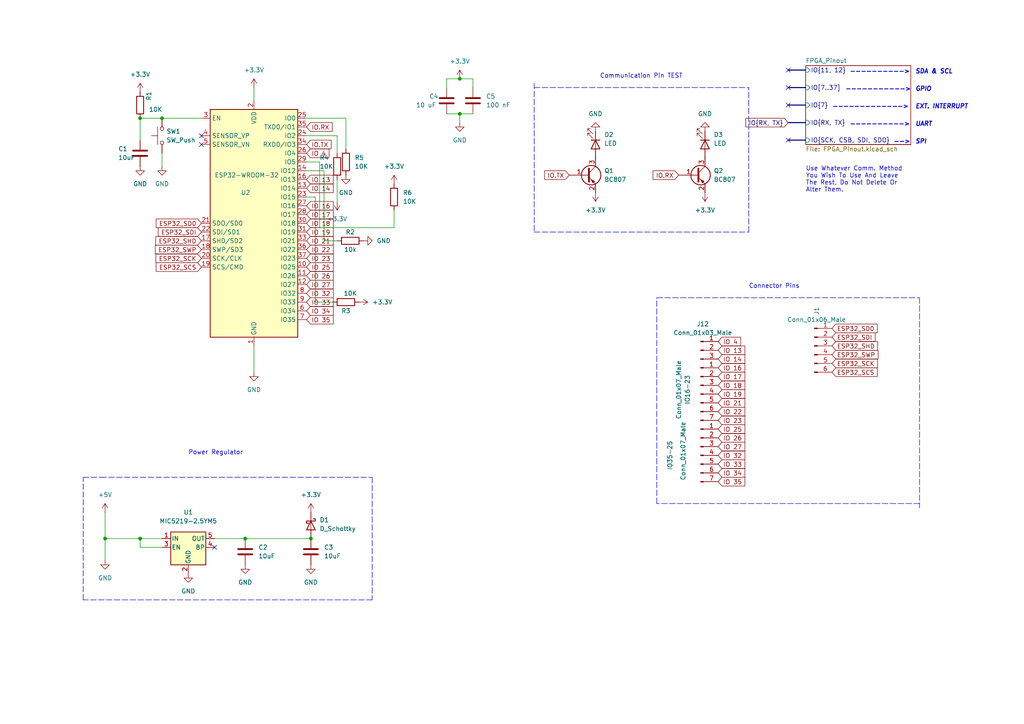
<source format=kicad_sch>
(kicad_sch (version 20211123) (generator eeschema)

  (uuid c20add66-69f9-4c72-89da-d761e900963a)

  (paper "A4")

  (title_block
    (date "2023-01-28")
    (company "SoCET Shield Dev.")
  )

  (lib_symbols
    (symbol "Connector:Conn_01x03_Male" (pin_names (offset 1.016) hide) (in_bom yes) (on_board yes)
      (property "Reference" "J" (id 0) (at 0 5.08 0)
        (effects (font (size 1.27 1.27)))
      )
      (property "Value" "Conn_01x03_Male" (id 1) (at 0 -5.08 0)
        (effects (font (size 1.27 1.27)))
      )
      (property "Footprint" "" (id 2) (at 0 0 0)
        (effects (font (size 1.27 1.27)) hide)
      )
      (property "Datasheet" "~" (id 3) (at 0 0 0)
        (effects (font (size 1.27 1.27)) hide)
      )
      (property "ki_keywords" "connector" (id 4) (at 0 0 0)
        (effects (font (size 1.27 1.27)) hide)
      )
      (property "ki_description" "Generic connector, single row, 01x03, script generated (kicad-library-utils/schlib/autogen/connector/)" (id 5) (at 0 0 0)
        (effects (font (size 1.27 1.27)) hide)
      )
      (property "ki_fp_filters" "Connector*:*_1x??_*" (id 6) (at 0 0 0)
        (effects (font (size 1.27 1.27)) hide)
      )
      (symbol "Conn_01x03_Male_1_1"
        (polyline
          (pts
            (xy 1.27 -2.54)
            (xy 0.8636 -2.54)
          )
          (stroke (width 0.1524) (type default) (color 0 0 0 0))
          (fill (type none))
        )
        (polyline
          (pts
            (xy 1.27 0)
            (xy 0.8636 0)
          )
          (stroke (width 0.1524) (type default) (color 0 0 0 0))
          (fill (type none))
        )
        (polyline
          (pts
            (xy 1.27 2.54)
            (xy 0.8636 2.54)
          )
          (stroke (width 0.1524) (type default) (color 0 0 0 0))
          (fill (type none))
        )
        (rectangle (start 0.8636 -2.413) (end 0 -2.667)
          (stroke (width 0.1524) (type default) (color 0 0 0 0))
          (fill (type outline))
        )
        (rectangle (start 0.8636 0.127) (end 0 -0.127)
          (stroke (width 0.1524) (type default) (color 0 0 0 0))
          (fill (type outline))
        )
        (rectangle (start 0.8636 2.667) (end 0 2.413)
          (stroke (width 0.1524) (type default) (color 0 0 0 0))
          (fill (type outline))
        )
        (pin passive line (at 5.08 2.54 180) (length 3.81)
          (name "Pin_1" (effects (font (size 1.27 1.27))))
          (number "1" (effects (font (size 1.27 1.27))))
        )
        (pin passive line (at 5.08 0 180) (length 3.81)
          (name "Pin_2" (effects (font (size 1.27 1.27))))
          (number "2" (effects (font (size 1.27 1.27))))
        )
        (pin passive line (at 5.08 -2.54 180) (length 3.81)
          (name "Pin_3" (effects (font (size 1.27 1.27))))
          (number "3" (effects (font (size 1.27 1.27))))
        )
      )
    )
    (symbol "Connector:Conn_01x06_Male" (pin_names (offset 1.016) hide) (in_bom yes) (on_board yes)
      (property "Reference" "J" (id 0) (at 0 7.62 0)
        (effects (font (size 1.27 1.27)))
      )
      (property "Value" "Conn_01x06_Male" (id 1) (at 0 -10.16 0)
        (effects (font (size 1.27 1.27)))
      )
      (property "Footprint" "" (id 2) (at 0 0 0)
        (effects (font (size 1.27 1.27)) hide)
      )
      (property "Datasheet" "~" (id 3) (at 0 0 0)
        (effects (font (size 1.27 1.27)) hide)
      )
      (property "ki_keywords" "connector" (id 4) (at 0 0 0)
        (effects (font (size 1.27 1.27)) hide)
      )
      (property "ki_description" "Generic connector, single row, 01x06, script generated (kicad-library-utils/schlib/autogen/connector/)" (id 5) (at 0 0 0)
        (effects (font (size 1.27 1.27)) hide)
      )
      (property "ki_fp_filters" "Connector*:*_1x??_*" (id 6) (at 0 0 0)
        (effects (font (size 1.27 1.27)) hide)
      )
      (symbol "Conn_01x06_Male_1_1"
        (polyline
          (pts
            (xy 1.27 -7.62)
            (xy 0.8636 -7.62)
          )
          (stroke (width 0.1524) (type default) (color 0 0 0 0))
          (fill (type none))
        )
        (polyline
          (pts
            (xy 1.27 -5.08)
            (xy 0.8636 -5.08)
          )
          (stroke (width 0.1524) (type default) (color 0 0 0 0))
          (fill (type none))
        )
        (polyline
          (pts
            (xy 1.27 -2.54)
            (xy 0.8636 -2.54)
          )
          (stroke (width 0.1524) (type default) (color 0 0 0 0))
          (fill (type none))
        )
        (polyline
          (pts
            (xy 1.27 0)
            (xy 0.8636 0)
          )
          (stroke (width 0.1524) (type default) (color 0 0 0 0))
          (fill (type none))
        )
        (polyline
          (pts
            (xy 1.27 2.54)
            (xy 0.8636 2.54)
          )
          (stroke (width 0.1524) (type default) (color 0 0 0 0))
          (fill (type none))
        )
        (polyline
          (pts
            (xy 1.27 5.08)
            (xy 0.8636 5.08)
          )
          (stroke (width 0.1524) (type default) (color 0 0 0 0))
          (fill (type none))
        )
        (rectangle (start 0.8636 -7.493) (end 0 -7.747)
          (stroke (width 0.1524) (type default) (color 0 0 0 0))
          (fill (type outline))
        )
        (rectangle (start 0.8636 -4.953) (end 0 -5.207)
          (stroke (width 0.1524) (type default) (color 0 0 0 0))
          (fill (type outline))
        )
        (rectangle (start 0.8636 -2.413) (end 0 -2.667)
          (stroke (width 0.1524) (type default) (color 0 0 0 0))
          (fill (type outline))
        )
        (rectangle (start 0.8636 0.127) (end 0 -0.127)
          (stroke (width 0.1524) (type default) (color 0 0 0 0))
          (fill (type outline))
        )
        (rectangle (start 0.8636 2.667) (end 0 2.413)
          (stroke (width 0.1524) (type default) (color 0 0 0 0))
          (fill (type outline))
        )
        (rectangle (start 0.8636 5.207) (end 0 4.953)
          (stroke (width 0.1524) (type default) (color 0 0 0 0))
          (fill (type outline))
        )
        (pin passive line (at 5.08 5.08 180) (length 3.81)
          (name "Pin_1" (effects (font (size 1.27 1.27))))
          (number "1" (effects (font (size 1.27 1.27))))
        )
        (pin passive line (at 5.08 2.54 180) (length 3.81)
          (name "Pin_2" (effects (font (size 1.27 1.27))))
          (number "2" (effects (font (size 1.27 1.27))))
        )
        (pin passive line (at 5.08 0 180) (length 3.81)
          (name "Pin_3" (effects (font (size 1.27 1.27))))
          (number "3" (effects (font (size 1.27 1.27))))
        )
        (pin passive line (at 5.08 -2.54 180) (length 3.81)
          (name "Pin_4" (effects (font (size 1.27 1.27))))
          (number "4" (effects (font (size 1.27 1.27))))
        )
        (pin passive line (at 5.08 -5.08 180) (length 3.81)
          (name "Pin_5" (effects (font (size 1.27 1.27))))
          (number "5" (effects (font (size 1.27 1.27))))
        )
        (pin passive line (at 5.08 -7.62 180) (length 3.81)
          (name "Pin_6" (effects (font (size 1.27 1.27))))
          (number "6" (effects (font (size 1.27 1.27))))
        )
      )
    )
    (symbol "Connector:Conn_01x07_Male" (pin_names (offset 1.016) hide) (in_bom yes) (on_board yes)
      (property "Reference" "J" (id 0) (at 0 10.16 0)
        (effects (font (size 1.27 1.27)))
      )
      (property "Value" "Conn_01x07_Male" (id 1) (at 0 -10.16 0)
        (effects (font (size 1.27 1.27)))
      )
      (property "Footprint" "" (id 2) (at 0 0 0)
        (effects (font (size 1.27 1.27)) hide)
      )
      (property "Datasheet" "~" (id 3) (at 0 0 0)
        (effects (font (size 1.27 1.27)) hide)
      )
      (property "ki_keywords" "connector" (id 4) (at 0 0 0)
        (effects (font (size 1.27 1.27)) hide)
      )
      (property "ki_description" "Generic connector, single row, 01x07, script generated (kicad-library-utils/schlib/autogen/connector/)" (id 5) (at 0 0 0)
        (effects (font (size 1.27 1.27)) hide)
      )
      (property "ki_fp_filters" "Connector*:*_1x??_*" (id 6) (at 0 0 0)
        (effects (font (size 1.27 1.27)) hide)
      )
      (symbol "Conn_01x07_Male_1_1"
        (polyline
          (pts
            (xy 1.27 -7.62)
            (xy 0.8636 -7.62)
          )
          (stroke (width 0.1524) (type default) (color 0 0 0 0))
          (fill (type none))
        )
        (polyline
          (pts
            (xy 1.27 -5.08)
            (xy 0.8636 -5.08)
          )
          (stroke (width 0.1524) (type default) (color 0 0 0 0))
          (fill (type none))
        )
        (polyline
          (pts
            (xy 1.27 -2.54)
            (xy 0.8636 -2.54)
          )
          (stroke (width 0.1524) (type default) (color 0 0 0 0))
          (fill (type none))
        )
        (polyline
          (pts
            (xy 1.27 0)
            (xy 0.8636 0)
          )
          (stroke (width 0.1524) (type default) (color 0 0 0 0))
          (fill (type none))
        )
        (polyline
          (pts
            (xy 1.27 2.54)
            (xy 0.8636 2.54)
          )
          (stroke (width 0.1524) (type default) (color 0 0 0 0))
          (fill (type none))
        )
        (polyline
          (pts
            (xy 1.27 5.08)
            (xy 0.8636 5.08)
          )
          (stroke (width 0.1524) (type default) (color 0 0 0 0))
          (fill (type none))
        )
        (polyline
          (pts
            (xy 1.27 7.62)
            (xy 0.8636 7.62)
          )
          (stroke (width 0.1524) (type default) (color 0 0 0 0))
          (fill (type none))
        )
        (rectangle (start 0.8636 -7.493) (end 0 -7.747)
          (stroke (width 0.1524) (type default) (color 0 0 0 0))
          (fill (type outline))
        )
        (rectangle (start 0.8636 -4.953) (end 0 -5.207)
          (stroke (width 0.1524) (type default) (color 0 0 0 0))
          (fill (type outline))
        )
        (rectangle (start 0.8636 -2.413) (end 0 -2.667)
          (stroke (width 0.1524) (type default) (color 0 0 0 0))
          (fill (type outline))
        )
        (rectangle (start 0.8636 0.127) (end 0 -0.127)
          (stroke (width 0.1524) (type default) (color 0 0 0 0))
          (fill (type outline))
        )
        (rectangle (start 0.8636 2.667) (end 0 2.413)
          (stroke (width 0.1524) (type default) (color 0 0 0 0))
          (fill (type outline))
        )
        (rectangle (start 0.8636 5.207) (end 0 4.953)
          (stroke (width 0.1524) (type default) (color 0 0 0 0))
          (fill (type outline))
        )
        (rectangle (start 0.8636 7.747) (end 0 7.493)
          (stroke (width 0.1524) (type default) (color 0 0 0 0))
          (fill (type outline))
        )
        (pin passive line (at 5.08 7.62 180) (length 3.81)
          (name "Pin_1" (effects (font (size 1.27 1.27))))
          (number "1" (effects (font (size 1.27 1.27))))
        )
        (pin passive line (at 5.08 5.08 180) (length 3.81)
          (name "Pin_2" (effects (font (size 1.27 1.27))))
          (number "2" (effects (font (size 1.27 1.27))))
        )
        (pin passive line (at 5.08 2.54 180) (length 3.81)
          (name "Pin_3" (effects (font (size 1.27 1.27))))
          (number "3" (effects (font (size 1.27 1.27))))
        )
        (pin passive line (at 5.08 0 180) (length 3.81)
          (name "Pin_4" (effects (font (size 1.27 1.27))))
          (number "4" (effects (font (size 1.27 1.27))))
        )
        (pin passive line (at 5.08 -2.54 180) (length 3.81)
          (name "Pin_5" (effects (font (size 1.27 1.27))))
          (number "5" (effects (font (size 1.27 1.27))))
        )
        (pin passive line (at 5.08 -5.08 180) (length 3.81)
          (name "Pin_6" (effects (font (size 1.27 1.27))))
          (number "6" (effects (font (size 1.27 1.27))))
        )
        (pin passive line (at 5.08 -7.62 180) (length 3.81)
          (name "Pin_7" (effects (font (size 1.27 1.27))))
          (number "7" (effects (font (size 1.27 1.27))))
        )
      )
    )
    (symbol "Device:C" (pin_numbers hide) (pin_names (offset 0.254)) (in_bom yes) (on_board yes)
      (property "Reference" "C" (id 0) (at 0.635 2.54 0)
        (effects (font (size 1.27 1.27)) (justify left))
      )
      (property "Value" "C" (id 1) (at 0.635 -2.54 0)
        (effects (font (size 1.27 1.27)) (justify left))
      )
      (property "Footprint" "" (id 2) (at 0.9652 -3.81 0)
        (effects (font (size 1.27 1.27)) hide)
      )
      (property "Datasheet" "~" (id 3) (at 0 0 0)
        (effects (font (size 1.27 1.27)) hide)
      )
      (property "ki_keywords" "cap capacitor" (id 4) (at 0 0 0)
        (effects (font (size 1.27 1.27)) hide)
      )
      (property "ki_description" "Unpolarized capacitor" (id 5) (at 0 0 0)
        (effects (font (size 1.27 1.27)) hide)
      )
      (property "ki_fp_filters" "C_*" (id 6) (at 0 0 0)
        (effects (font (size 1.27 1.27)) hide)
      )
      (symbol "C_0_1"
        (polyline
          (pts
            (xy -2.032 -0.762)
            (xy 2.032 -0.762)
          )
          (stroke (width 0.508) (type default) (color 0 0 0 0))
          (fill (type none))
        )
        (polyline
          (pts
            (xy -2.032 0.762)
            (xy 2.032 0.762)
          )
          (stroke (width 0.508) (type default) (color 0 0 0 0))
          (fill (type none))
        )
      )
      (symbol "C_1_1"
        (pin passive line (at 0 3.81 270) (length 2.794)
          (name "~" (effects (font (size 1.27 1.27))))
          (number "1" (effects (font (size 1.27 1.27))))
        )
        (pin passive line (at 0 -3.81 90) (length 2.794)
          (name "~" (effects (font (size 1.27 1.27))))
          (number "2" (effects (font (size 1.27 1.27))))
        )
      )
    )
    (symbol "Device:D_Schottky" (pin_numbers hide) (pin_names (offset 1.016) hide) (in_bom yes) (on_board yes)
      (property "Reference" "D" (id 0) (at 0 2.54 0)
        (effects (font (size 1.27 1.27)))
      )
      (property "Value" "D_Schottky" (id 1) (at 0 -2.54 0)
        (effects (font (size 1.27 1.27)))
      )
      (property "Footprint" "" (id 2) (at 0 0 0)
        (effects (font (size 1.27 1.27)) hide)
      )
      (property "Datasheet" "~" (id 3) (at 0 0 0)
        (effects (font (size 1.27 1.27)) hide)
      )
      (property "ki_keywords" "diode Schottky" (id 4) (at 0 0 0)
        (effects (font (size 1.27 1.27)) hide)
      )
      (property "ki_description" "Schottky diode" (id 5) (at 0 0 0)
        (effects (font (size 1.27 1.27)) hide)
      )
      (property "ki_fp_filters" "TO-???* *_Diode_* *SingleDiode* D_*" (id 6) (at 0 0 0)
        (effects (font (size 1.27 1.27)) hide)
      )
      (symbol "D_Schottky_0_1"
        (polyline
          (pts
            (xy 1.27 0)
            (xy -1.27 0)
          )
          (stroke (width 0) (type default) (color 0 0 0 0))
          (fill (type none))
        )
        (polyline
          (pts
            (xy 1.27 1.27)
            (xy 1.27 -1.27)
            (xy -1.27 0)
            (xy 1.27 1.27)
          )
          (stroke (width 0.254) (type default) (color 0 0 0 0))
          (fill (type none))
        )
        (polyline
          (pts
            (xy -1.905 0.635)
            (xy -1.905 1.27)
            (xy -1.27 1.27)
            (xy -1.27 -1.27)
            (xy -0.635 -1.27)
            (xy -0.635 -0.635)
          )
          (stroke (width 0.254) (type default) (color 0 0 0 0))
          (fill (type none))
        )
      )
      (symbol "D_Schottky_1_1"
        (pin passive line (at -3.81 0 0) (length 2.54)
          (name "K" (effects (font (size 1.27 1.27))))
          (number "1" (effects (font (size 1.27 1.27))))
        )
        (pin passive line (at 3.81 0 180) (length 2.54)
          (name "A" (effects (font (size 1.27 1.27))))
          (number "2" (effects (font (size 1.27 1.27))))
        )
      )
    )
    (symbol "Device:LED" (pin_numbers hide) (pin_names (offset 1.016) hide) (in_bom yes) (on_board yes)
      (property "Reference" "D" (id 0) (at 0 2.54 0)
        (effects (font (size 1.27 1.27)))
      )
      (property "Value" "LED" (id 1) (at 0 -2.54 0)
        (effects (font (size 1.27 1.27)))
      )
      (property "Footprint" "" (id 2) (at 0 0 0)
        (effects (font (size 1.27 1.27)) hide)
      )
      (property "Datasheet" "~" (id 3) (at 0 0 0)
        (effects (font (size 1.27 1.27)) hide)
      )
      (property "ki_keywords" "LED diode" (id 4) (at 0 0 0)
        (effects (font (size 1.27 1.27)) hide)
      )
      (property "ki_description" "Light emitting diode" (id 5) (at 0 0 0)
        (effects (font (size 1.27 1.27)) hide)
      )
      (property "ki_fp_filters" "LED* LED_SMD:* LED_THT:*" (id 6) (at 0 0 0)
        (effects (font (size 1.27 1.27)) hide)
      )
      (symbol "LED_0_1"
        (polyline
          (pts
            (xy -1.27 -1.27)
            (xy -1.27 1.27)
          )
          (stroke (width 0.254) (type default) (color 0 0 0 0))
          (fill (type none))
        )
        (polyline
          (pts
            (xy -1.27 0)
            (xy 1.27 0)
          )
          (stroke (width 0) (type default) (color 0 0 0 0))
          (fill (type none))
        )
        (polyline
          (pts
            (xy 1.27 -1.27)
            (xy 1.27 1.27)
            (xy -1.27 0)
            (xy 1.27 -1.27)
          )
          (stroke (width 0.254) (type default) (color 0 0 0 0))
          (fill (type none))
        )
        (polyline
          (pts
            (xy -3.048 -0.762)
            (xy -4.572 -2.286)
            (xy -3.81 -2.286)
            (xy -4.572 -2.286)
            (xy -4.572 -1.524)
          )
          (stroke (width 0) (type default) (color 0 0 0 0))
          (fill (type none))
        )
        (polyline
          (pts
            (xy -1.778 -0.762)
            (xy -3.302 -2.286)
            (xy -2.54 -2.286)
            (xy -3.302 -2.286)
            (xy -3.302 -1.524)
          )
          (stroke (width 0) (type default) (color 0 0 0 0))
          (fill (type none))
        )
      )
      (symbol "LED_1_1"
        (pin passive line (at -3.81 0 0) (length 2.54)
          (name "K" (effects (font (size 1.27 1.27))))
          (number "1" (effects (font (size 1.27 1.27))))
        )
        (pin passive line (at 3.81 0 180) (length 2.54)
          (name "A" (effects (font (size 1.27 1.27))))
          (number "2" (effects (font (size 1.27 1.27))))
        )
      )
    )
    (symbol "Device:R" (pin_numbers hide) (pin_names (offset 0)) (in_bom yes) (on_board yes)
      (property "Reference" "R" (id 0) (at 2.032 0 90)
        (effects (font (size 1.27 1.27)))
      )
      (property "Value" "R" (id 1) (at 0 0 90)
        (effects (font (size 1.27 1.27)))
      )
      (property "Footprint" "" (id 2) (at -1.778 0 90)
        (effects (font (size 1.27 1.27)) hide)
      )
      (property "Datasheet" "~" (id 3) (at 0 0 0)
        (effects (font (size 1.27 1.27)) hide)
      )
      (property "ki_keywords" "R res resistor" (id 4) (at 0 0 0)
        (effects (font (size 1.27 1.27)) hide)
      )
      (property "ki_description" "Resistor" (id 5) (at 0 0 0)
        (effects (font (size 1.27 1.27)) hide)
      )
      (property "ki_fp_filters" "R_*" (id 6) (at 0 0 0)
        (effects (font (size 1.27 1.27)) hide)
      )
      (symbol "R_0_1"
        (rectangle (start -1.016 -2.54) (end 1.016 2.54)
          (stroke (width 0.254) (type default) (color 0 0 0 0))
          (fill (type none))
        )
      )
      (symbol "R_1_1"
        (pin passive line (at 0 3.81 270) (length 1.27)
          (name "~" (effects (font (size 1.27 1.27))))
          (number "1" (effects (font (size 1.27 1.27))))
        )
        (pin passive line (at 0 -3.81 90) (length 1.27)
          (name "~" (effects (font (size 1.27 1.27))))
          (number "2" (effects (font (size 1.27 1.27))))
        )
      )
    )
    (symbol "RF_Module:ESP32-WROOM-32" (in_bom yes) (on_board yes)
      (property "Reference" "U" (id 0) (at -12.7 34.29 0)
        (effects (font (size 1.27 1.27)) (justify left))
      )
      (property "Value" "ESP32-WROOM-32" (id 1) (at 1.27 34.29 0)
        (effects (font (size 1.27 1.27)) (justify left))
      )
      (property "Footprint" "RF_Module:ESP32-WROOM-32" (id 2) (at 0 -38.1 0)
        (effects (font (size 1.27 1.27)) hide)
      )
      (property "Datasheet" "https://www.espressif.com/sites/default/files/documentation/esp32-wroom-32_datasheet_en.pdf" (id 3) (at -7.62 1.27 0)
        (effects (font (size 1.27 1.27)) hide)
      )
      (property "ki_keywords" "RF Radio BT ESP ESP32 Espressif onboard PCB antenna" (id 4) (at 0 0 0)
        (effects (font (size 1.27 1.27)) hide)
      )
      (property "ki_description" "RF Module, ESP32-D0WDQ6 SoC, Wi-Fi 802.11b/g/n, Bluetooth, BLE, 32-bit, 2.7-3.6V, onboard antenna, SMD" (id 5) (at 0 0 0)
        (effects (font (size 1.27 1.27)) hide)
      )
      (property "ki_fp_filters" "ESP32?WROOM?32*" (id 6) (at 0 0 0)
        (effects (font (size 1.27 1.27)) hide)
      )
      (symbol "ESP32-WROOM-32_0_1"
        (rectangle (start -12.7 33.02) (end 12.7 -33.02)
          (stroke (width 0.254) (type default) (color 0 0 0 0))
          (fill (type background))
        )
      )
      (symbol "ESP32-WROOM-32_1_1"
        (pin power_in line (at 0 -35.56 90) (length 2.54)
          (name "GND" (effects (font (size 1.27 1.27))))
          (number "1" (effects (font (size 1.27 1.27))))
        )
        (pin bidirectional line (at 15.24 -12.7 180) (length 2.54)
          (name "IO25" (effects (font (size 1.27 1.27))))
          (number "10" (effects (font (size 1.27 1.27))))
        )
        (pin bidirectional line (at 15.24 -15.24 180) (length 2.54)
          (name "IO26" (effects (font (size 1.27 1.27))))
          (number "11" (effects (font (size 1.27 1.27))))
        )
        (pin bidirectional line (at 15.24 -17.78 180) (length 2.54)
          (name "IO27" (effects (font (size 1.27 1.27))))
          (number "12" (effects (font (size 1.27 1.27))))
        )
        (pin bidirectional line (at 15.24 10.16 180) (length 2.54)
          (name "IO14" (effects (font (size 1.27 1.27))))
          (number "13" (effects (font (size 1.27 1.27))))
        )
        (pin bidirectional line (at 15.24 15.24 180) (length 2.54)
          (name "IO12" (effects (font (size 1.27 1.27))))
          (number "14" (effects (font (size 1.27 1.27))))
        )
        (pin passive line (at 0 -35.56 90) (length 2.54) hide
          (name "GND" (effects (font (size 1.27 1.27))))
          (number "15" (effects (font (size 1.27 1.27))))
        )
        (pin bidirectional line (at 15.24 12.7 180) (length 2.54)
          (name "IO13" (effects (font (size 1.27 1.27))))
          (number "16" (effects (font (size 1.27 1.27))))
        )
        (pin bidirectional line (at -15.24 -5.08 0) (length 2.54)
          (name "SHD/SD2" (effects (font (size 1.27 1.27))))
          (number "17" (effects (font (size 1.27 1.27))))
        )
        (pin bidirectional line (at -15.24 -7.62 0) (length 2.54)
          (name "SWP/SD3" (effects (font (size 1.27 1.27))))
          (number "18" (effects (font (size 1.27 1.27))))
        )
        (pin bidirectional line (at -15.24 -12.7 0) (length 2.54)
          (name "SCS/CMD" (effects (font (size 1.27 1.27))))
          (number "19" (effects (font (size 1.27 1.27))))
        )
        (pin power_in line (at 0 35.56 270) (length 2.54)
          (name "VDD" (effects (font (size 1.27 1.27))))
          (number "2" (effects (font (size 1.27 1.27))))
        )
        (pin bidirectional line (at -15.24 -10.16 0) (length 2.54)
          (name "SCK/CLK" (effects (font (size 1.27 1.27))))
          (number "20" (effects (font (size 1.27 1.27))))
        )
        (pin bidirectional line (at -15.24 0 0) (length 2.54)
          (name "SDO/SD0" (effects (font (size 1.27 1.27))))
          (number "21" (effects (font (size 1.27 1.27))))
        )
        (pin bidirectional line (at -15.24 -2.54 0) (length 2.54)
          (name "SDI/SD1" (effects (font (size 1.27 1.27))))
          (number "22" (effects (font (size 1.27 1.27))))
        )
        (pin bidirectional line (at 15.24 7.62 180) (length 2.54)
          (name "IO15" (effects (font (size 1.27 1.27))))
          (number "23" (effects (font (size 1.27 1.27))))
        )
        (pin bidirectional line (at 15.24 25.4 180) (length 2.54)
          (name "IO2" (effects (font (size 1.27 1.27))))
          (number "24" (effects (font (size 1.27 1.27))))
        )
        (pin bidirectional line (at 15.24 30.48 180) (length 2.54)
          (name "IO0" (effects (font (size 1.27 1.27))))
          (number "25" (effects (font (size 1.27 1.27))))
        )
        (pin bidirectional line (at 15.24 20.32 180) (length 2.54)
          (name "IO4" (effects (font (size 1.27 1.27))))
          (number "26" (effects (font (size 1.27 1.27))))
        )
        (pin bidirectional line (at 15.24 5.08 180) (length 2.54)
          (name "IO16" (effects (font (size 1.27 1.27))))
          (number "27" (effects (font (size 1.27 1.27))))
        )
        (pin bidirectional line (at 15.24 2.54 180) (length 2.54)
          (name "IO17" (effects (font (size 1.27 1.27))))
          (number "28" (effects (font (size 1.27 1.27))))
        )
        (pin bidirectional line (at 15.24 17.78 180) (length 2.54)
          (name "IO5" (effects (font (size 1.27 1.27))))
          (number "29" (effects (font (size 1.27 1.27))))
        )
        (pin input line (at -15.24 30.48 0) (length 2.54)
          (name "EN" (effects (font (size 1.27 1.27))))
          (number "3" (effects (font (size 1.27 1.27))))
        )
        (pin bidirectional line (at 15.24 0 180) (length 2.54)
          (name "IO18" (effects (font (size 1.27 1.27))))
          (number "30" (effects (font (size 1.27 1.27))))
        )
        (pin bidirectional line (at 15.24 -2.54 180) (length 2.54)
          (name "IO19" (effects (font (size 1.27 1.27))))
          (number "31" (effects (font (size 1.27 1.27))))
        )
        (pin no_connect line (at -12.7 -27.94 0) (length 2.54) hide
          (name "NC" (effects (font (size 1.27 1.27))))
          (number "32" (effects (font (size 1.27 1.27))))
        )
        (pin bidirectional line (at 15.24 -5.08 180) (length 2.54)
          (name "IO21" (effects (font (size 1.27 1.27))))
          (number "33" (effects (font (size 1.27 1.27))))
        )
        (pin bidirectional line (at 15.24 22.86 180) (length 2.54)
          (name "RXD0/IO3" (effects (font (size 1.27 1.27))))
          (number "34" (effects (font (size 1.27 1.27))))
        )
        (pin bidirectional line (at 15.24 27.94 180) (length 2.54)
          (name "TXD0/IO1" (effects (font (size 1.27 1.27))))
          (number "35" (effects (font (size 1.27 1.27))))
        )
        (pin bidirectional line (at 15.24 -7.62 180) (length 2.54)
          (name "IO22" (effects (font (size 1.27 1.27))))
          (number "36" (effects (font (size 1.27 1.27))))
        )
        (pin bidirectional line (at 15.24 -10.16 180) (length 2.54)
          (name "IO23" (effects (font (size 1.27 1.27))))
          (number "37" (effects (font (size 1.27 1.27))))
        )
        (pin passive line (at 0 -35.56 90) (length 2.54) hide
          (name "GND" (effects (font (size 1.27 1.27))))
          (number "38" (effects (font (size 1.27 1.27))))
        )
        (pin passive line (at 0 -35.56 90) (length 2.54) hide
          (name "GND" (effects (font (size 1.27 1.27))))
          (number "39" (effects (font (size 1.27 1.27))))
        )
        (pin input line (at -15.24 25.4 0) (length 2.54)
          (name "SENSOR_VP" (effects (font (size 1.27 1.27))))
          (number "4" (effects (font (size 1.27 1.27))))
        )
        (pin input line (at -15.24 22.86 0) (length 2.54)
          (name "SENSOR_VN" (effects (font (size 1.27 1.27))))
          (number "5" (effects (font (size 1.27 1.27))))
        )
        (pin input line (at 15.24 -25.4 180) (length 2.54)
          (name "IO34" (effects (font (size 1.27 1.27))))
          (number "6" (effects (font (size 1.27 1.27))))
        )
        (pin input line (at 15.24 -27.94 180) (length 2.54)
          (name "IO35" (effects (font (size 1.27 1.27))))
          (number "7" (effects (font (size 1.27 1.27))))
        )
        (pin bidirectional line (at 15.24 -20.32 180) (length 2.54)
          (name "IO32" (effects (font (size 1.27 1.27))))
          (number "8" (effects (font (size 1.27 1.27))))
        )
        (pin bidirectional line (at 15.24 -22.86 180) (length 2.54)
          (name "IO33" (effects (font (size 1.27 1.27))))
          (number "9" (effects (font (size 1.27 1.27))))
        )
      )
    )
    (symbol "Regulator_Linear:MIC5219-2.5YM5" (pin_names (offset 0.254)) (in_bom yes) (on_board yes)
      (property "Reference" "U" (id 0) (at -3.81 5.715 0)
        (effects (font (size 1.27 1.27)))
      )
      (property "Value" "MIC5219-2.5YM5" (id 1) (at 0 5.715 0)
        (effects (font (size 1.27 1.27)) (justify left))
      )
      (property "Footprint" "Package_TO_SOT_SMD:SOT-23-5" (id 2) (at 0 8.255 0)
        (effects (font (size 1.27 1.27)) hide)
      )
      (property "Datasheet" "http://ww1.microchip.com/downloads/en/DeviceDoc/MIC5219-500mA-Peak-Output-LDO-Regulator-DS20006021A.pdf" (id 3) (at 0 0 0)
        (effects (font (size 1.27 1.27)) hide)
      )
      (property "ki_keywords" "500mA ultra-low-noise LDO linear voltage regulator fixed positive" (id 4) (at 0 0 0)
        (effects (font (size 1.27 1.27)) hide)
      )
      (property "ki_description" "500mA low dropout linear regulator, fixed 2.5V output, SOT-23-5" (id 5) (at 0 0 0)
        (effects (font (size 1.27 1.27)) hide)
      )
      (property "ki_fp_filters" "SOT?23*" (id 6) (at 0 0 0)
        (effects (font (size 1.27 1.27)) hide)
      )
      (symbol "MIC5219-2.5YM5_0_1"
        (rectangle (start -5.08 4.445) (end 5.08 -5.08)
          (stroke (width 0.254) (type default) (color 0 0 0 0))
          (fill (type background))
        )
      )
      (symbol "MIC5219-2.5YM5_1_1"
        (pin power_in line (at -7.62 2.54 0) (length 2.54)
          (name "IN" (effects (font (size 1.27 1.27))))
          (number "1" (effects (font (size 1.27 1.27))))
        )
        (pin power_in line (at 0 -7.62 90) (length 2.54)
          (name "GND" (effects (font (size 1.27 1.27))))
          (number "2" (effects (font (size 1.27 1.27))))
        )
        (pin input line (at -7.62 0 0) (length 2.54)
          (name "EN" (effects (font (size 1.27 1.27))))
          (number "3" (effects (font (size 1.27 1.27))))
        )
        (pin input line (at 7.62 0 180) (length 2.54)
          (name "BP" (effects (font (size 1.27 1.27))))
          (number "4" (effects (font (size 1.27 1.27))))
        )
        (pin power_out line (at 7.62 2.54 180) (length 2.54)
          (name "OUT" (effects (font (size 1.27 1.27))))
          (number "5" (effects (font (size 1.27 1.27))))
        )
      )
    )
    (symbol "Switch:SW_Push" (pin_numbers hide) (pin_names (offset 1.016) hide) (in_bom yes) (on_board yes)
      (property "Reference" "SW" (id 0) (at 1.27 2.54 0)
        (effects (font (size 1.27 1.27)) (justify left))
      )
      (property "Value" "SW_Push" (id 1) (at 0 -1.524 0)
        (effects (font (size 1.27 1.27)))
      )
      (property "Footprint" "" (id 2) (at 0 5.08 0)
        (effects (font (size 1.27 1.27)) hide)
      )
      (property "Datasheet" "~" (id 3) (at 0 5.08 0)
        (effects (font (size 1.27 1.27)) hide)
      )
      (property "ki_keywords" "switch normally-open pushbutton push-button" (id 4) (at 0 0 0)
        (effects (font (size 1.27 1.27)) hide)
      )
      (property "ki_description" "Push button switch, generic, two pins" (id 5) (at 0 0 0)
        (effects (font (size 1.27 1.27)) hide)
      )
      (symbol "SW_Push_0_1"
        (circle (center -2.032 0) (radius 0.508)
          (stroke (width 0) (type default) (color 0 0 0 0))
          (fill (type none))
        )
        (polyline
          (pts
            (xy 0 1.27)
            (xy 0 3.048)
          )
          (stroke (width 0) (type default) (color 0 0 0 0))
          (fill (type none))
        )
        (polyline
          (pts
            (xy 2.54 1.27)
            (xy -2.54 1.27)
          )
          (stroke (width 0) (type default) (color 0 0 0 0))
          (fill (type none))
        )
        (circle (center 2.032 0) (radius 0.508)
          (stroke (width 0) (type default) (color 0 0 0 0))
          (fill (type none))
        )
        (pin passive line (at -5.08 0 0) (length 2.54)
          (name "1" (effects (font (size 1.27 1.27))))
          (number "1" (effects (font (size 1.27 1.27))))
        )
        (pin passive line (at 5.08 0 180) (length 2.54)
          (name "2" (effects (font (size 1.27 1.27))))
          (number "2" (effects (font (size 1.27 1.27))))
        )
      )
    )
    (symbol "Transistor_BJT:BC807" (pin_names (offset 0) hide) (in_bom yes) (on_board yes)
      (property "Reference" "Q" (id 0) (at 5.08 1.905 0)
        (effects (font (size 1.27 1.27)) (justify left))
      )
      (property "Value" "BC807" (id 1) (at 5.08 0 0)
        (effects (font (size 1.27 1.27)) (justify left))
      )
      (property "Footprint" "Package_TO_SOT_SMD:SOT-23" (id 2) (at 5.08 -1.905 0)
        (effects (font (size 1.27 1.27) italic) (justify left) hide)
      )
      (property "Datasheet" "https://www.onsemi.com/pub/Collateral/BC808-D.pdf" (id 3) (at 0 0 0)
        (effects (font (size 1.27 1.27)) (justify left) hide)
      )
      (property "ki_keywords" "PNP Transistor" (id 4) (at 0 0 0)
        (effects (font (size 1.27 1.27)) hide)
      )
      (property "ki_description" "0.8A Ic, 45V Vce, PNP Transistor, SOT-23" (id 5) (at 0 0 0)
        (effects (font (size 1.27 1.27)) hide)
      )
      (property "ki_fp_filters" "SOT?23*" (id 6) (at 0 0 0)
        (effects (font (size 1.27 1.27)) hide)
      )
      (symbol "BC807_0_1"
        (polyline
          (pts
            (xy 0.635 0.635)
            (xy 2.54 2.54)
          )
          (stroke (width 0) (type default) (color 0 0 0 0))
          (fill (type none))
        )
        (polyline
          (pts
            (xy 0.635 -0.635)
            (xy 2.54 -2.54)
            (xy 2.54 -2.54)
          )
          (stroke (width 0) (type default) (color 0 0 0 0))
          (fill (type none))
        )
        (polyline
          (pts
            (xy 0.635 1.905)
            (xy 0.635 -1.905)
            (xy 0.635 -1.905)
          )
          (stroke (width 0.508) (type default) (color 0 0 0 0))
          (fill (type none))
        )
        (polyline
          (pts
            (xy 2.286 -1.778)
            (xy 1.778 -2.286)
            (xy 1.27 -1.27)
            (xy 2.286 -1.778)
            (xy 2.286 -1.778)
          )
          (stroke (width 0) (type default) (color 0 0 0 0))
          (fill (type outline))
        )
        (circle (center 1.27 0) (radius 2.8194)
          (stroke (width 0.254) (type default) (color 0 0 0 0))
          (fill (type none))
        )
      )
      (symbol "BC807_1_1"
        (pin input line (at -5.08 0 0) (length 5.715)
          (name "B" (effects (font (size 1.27 1.27))))
          (number "1" (effects (font (size 1.27 1.27))))
        )
        (pin passive line (at 2.54 -5.08 90) (length 2.54)
          (name "E" (effects (font (size 1.27 1.27))))
          (number "2" (effects (font (size 1.27 1.27))))
        )
        (pin passive line (at 2.54 5.08 270) (length 2.54)
          (name "C" (effects (font (size 1.27 1.27))))
          (number "3" (effects (font (size 1.27 1.27))))
        )
      )
    )
    (symbol "power:+3.3V" (power) (pin_names (offset 0)) (in_bom yes) (on_board yes)
      (property "Reference" "#PWR" (id 0) (at 0 -3.81 0)
        (effects (font (size 1.27 1.27)) hide)
      )
      (property "Value" "+3.3V" (id 1) (at 0 3.556 0)
        (effects (font (size 1.27 1.27)))
      )
      (property "Footprint" "" (id 2) (at 0 0 0)
        (effects (font (size 1.27 1.27)) hide)
      )
      (property "Datasheet" "" (id 3) (at 0 0 0)
        (effects (font (size 1.27 1.27)) hide)
      )
      (property "ki_keywords" "global power" (id 4) (at 0 0 0)
        (effects (font (size 1.27 1.27)) hide)
      )
      (property "ki_description" "Power symbol creates a global label with name \"+3.3V\"" (id 5) (at 0 0 0)
        (effects (font (size 1.27 1.27)) hide)
      )
      (symbol "+3.3V_0_1"
        (polyline
          (pts
            (xy -0.762 1.27)
            (xy 0 2.54)
          )
          (stroke (width 0) (type default) (color 0 0 0 0))
          (fill (type none))
        )
        (polyline
          (pts
            (xy 0 0)
            (xy 0 2.54)
          )
          (stroke (width 0) (type default) (color 0 0 0 0))
          (fill (type none))
        )
        (polyline
          (pts
            (xy 0 2.54)
            (xy 0.762 1.27)
          )
          (stroke (width 0) (type default) (color 0 0 0 0))
          (fill (type none))
        )
      )
      (symbol "+3.3V_1_1"
        (pin power_in line (at 0 0 90) (length 0) hide
          (name "+3.3V" (effects (font (size 1.27 1.27))))
          (number "1" (effects (font (size 1.27 1.27))))
        )
      )
    )
    (symbol "power:+5V" (power) (pin_names (offset 0)) (in_bom yes) (on_board yes)
      (property "Reference" "#PWR" (id 0) (at 0 -3.81 0)
        (effects (font (size 1.27 1.27)) hide)
      )
      (property "Value" "+5V" (id 1) (at 0 3.556 0)
        (effects (font (size 1.27 1.27)))
      )
      (property "Footprint" "" (id 2) (at 0 0 0)
        (effects (font (size 1.27 1.27)) hide)
      )
      (property "Datasheet" "" (id 3) (at 0 0 0)
        (effects (font (size 1.27 1.27)) hide)
      )
      (property "ki_keywords" "global power" (id 4) (at 0 0 0)
        (effects (font (size 1.27 1.27)) hide)
      )
      (property "ki_description" "Power symbol creates a global label with name \"+5V\"" (id 5) (at 0 0 0)
        (effects (font (size 1.27 1.27)) hide)
      )
      (symbol "+5V_0_1"
        (polyline
          (pts
            (xy -0.762 1.27)
            (xy 0 2.54)
          )
          (stroke (width 0) (type default) (color 0 0 0 0))
          (fill (type none))
        )
        (polyline
          (pts
            (xy 0 0)
            (xy 0 2.54)
          )
          (stroke (width 0) (type default) (color 0 0 0 0))
          (fill (type none))
        )
        (polyline
          (pts
            (xy 0 2.54)
            (xy 0.762 1.27)
          )
          (stroke (width 0) (type default) (color 0 0 0 0))
          (fill (type none))
        )
      )
      (symbol "+5V_1_1"
        (pin power_in line (at 0 0 90) (length 0) hide
          (name "+5V" (effects (font (size 1.27 1.27))))
          (number "1" (effects (font (size 1.27 1.27))))
        )
      )
    )
    (symbol "power:GND" (power) (pin_names (offset 0)) (in_bom yes) (on_board yes)
      (property "Reference" "#PWR" (id 0) (at 0 -6.35 0)
        (effects (font (size 1.27 1.27)) hide)
      )
      (property "Value" "GND" (id 1) (at 0 -3.81 0)
        (effects (font (size 1.27 1.27)))
      )
      (property "Footprint" "" (id 2) (at 0 0 0)
        (effects (font (size 1.27 1.27)) hide)
      )
      (property "Datasheet" "" (id 3) (at 0 0 0)
        (effects (font (size 1.27 1.27)) hide)
      )
      (property "ki_keywords" "global power" (id 4) (at 0 0 0)
        (effects (font (size 1.27 1.27)) hide)
      )
      (property "ki_description" "Power symbol creates a global label with name \"GND\" , ground" (id 5) (at 0 0 0)
        (effects (font (size 1.27 1.27)) hide)
      )
      (symbol "GND_0_1"
        (polyline
          (pts
            (xy 0 0)
            (xy 0 -1.27)
            (xy 1.27 -1.27)
            (xy 0 -2.54)
            (xy -1.27 -1.27)
            (xy 0 -1.27)
          )
          (stroke (width 0) (type default) (color 0 0 0 0))
          (fill (type none))
        )
      )
      (symbol "GND_1_1"
        (pin power_in line (at 0 0 270) (length 0) hide
          (name "GND" (effects (font (size 1.27 1.27))))
          (number "1" (effects (font (size 1.27 1.27))))
        )
      )
    )
  )

  (junction (at 133.35 22.86) (diameter 0) (color 0 0 0 0)
    (uuid 4749664f-a854-4d81-9712-83033c2d5e7d)
  )
  (junction (at 40.64 156.21) (diameter 0) (color 0 0 0 0)
    (uuid 54702dbb-5be9-4c1e-8c69-e4d1c5fc3dd4)
  )
  (junction (at 30.48 156.21) (diameter 0) (color 0 0 0 0)
    (uuid 596a3250-4c75-4b01-8251-79d07fdfb270)
  )
  (junction (at 90.17 156.21) (diameter 0) (color 0 0 0 0)
    (uuid 738bd072-ff7a-40a1-b2ba-4b0ee3a01d77)
  )
  (junction (at 133.35 33.02) (diameter 0) (color 0 0 0 0)
    (uuid 74805155-8f6d-4624-8eb5-79ebf90dbc48)
  )
  (junction (at 71.12 156.21) (diameter 0) (color 0 0 0 0)
    (uuid ab00aaa8-70e3-4196-a391-f1d71eae2bc0)
  )
  (junction (at 46.99 34.29) (diameter 0) (color 0 0 0 0)
    (uuid c321916c-02ac-4a06-9eb5-a61038325091)
  )
  (junction (at 40.64 34.29) (diameter 0) (color 0 0 0 0)
    (uuid d8a62fbf-60bd-4659-84a7-d11b7b81526a)
  )

  (no_connect (at 58.42 41.91) (uuid 5e92753a-66c3-4e1a-b83e-927e3dd9ddcd))
  (no_connect (at 228.6 25.4) (uuid 87441834-104d-4543-9302-d5da8b5fb34c))
  (no_connect (at 58.42 39.37) (uuid c4ba794e-c13d-4671-bb6f-a72d4dfe4245))
  (no_connect (at 228.6 20.32) (uuid e0c634ee-1845-4fd6-b187-00a13dd1b7ac))
  (no_connect (at 228.6 30.48) (uuid e0c634ee-1845-4fd6-b187-00a13dd1b7ae))
  (no_connect (at 228.6 40.64) (uuid e0c634ee-1845-4fd6-b187-00a13dd1b7b0))
  (no_connect (at 62.23 158.75) (uuid eaaaf208-9ac0-4e61-8843-273b2c1febe5))

  (wire (pts (xy 30.48 156.21) (xy 40.64 156.21))
    (stroke (width 0) (type default) (color 0 0 0 0))
    (uuid 0040f1bd-daf1-4aeb-89a3-d7c9a7a1bf6f)
  )
  (wire (pts (xy 46.99 34.29) (xy 58.42 34.29))
    (stroke (width 0) (type default) (color 0 0 0 0))
    (uuid 00455c70-4a09-4760-a660-a2edb5b02f5d)
  )
  (wire (pts (xy 40.64 34.29) (xy 46.99 34.29))
    (stroke (width 0) (type default) (color 0 0 0 0))
    (uuid 0252a4c1-cc19-4084-a9f1-29c6fbe9272c)
  )
  (wire (pts (xy 40.64 34.29) (xy 40.64 40.64))
    (stroke (width 0) (type default) (color 0 0 0 0))
    (uuid 09b73952-48f2-4ca3-a682-e4b9a3f6252b)
  )
  (wire (pts (xy 91.44 57.15) (xy 91.44 87.63))
    (stroke (width 0) (type default) (color 0 0 0 0))
    (uuid 0d11ecda-ce7a-4c0b-8991-cddd9e290e34)
  )
  (polyline (pts (xy 24.13 173.99) (xy 24.13 138.43))
    (stroke (width 0) (type default) (color 0 0 0 0))
    (uuid 113ec370-a2d5-4a70-bef5-a9a16f0c9e44)
  )

  (wire (pts (xy 40.64 158.75) (xy 40.64 156.21))
    (stroke (width 0) (type default) (color 0 0 0 0))
    (uuid 12c00ff5-edb5-4957-b158-ab85b6d21b78)
  )
  (polyline (pts (xy 107.95 173.99) (xy 24.13 173.99))
    (stroke (width 0) (type default) (color 0 0 0 0))
    (uuid 15281aea-05a5-470f-be42-df56a0d368a0)
  )

  (wire (pts (xy 46.99 44.45) (xy 46.99 48.26))
    (stroke (width 0) (type default) (color 0 0 0 0))
    (uuid 15b151dd-1f2d-4b29-bbc5-15dfc9fba227)
  )
  (wire (pts (xy 73.66 100.33) (xy 73.66 107.95))
    (stroke (width 0) (type default) (color 0 0 0 0))
    (uuid 18de2404-9c20-4d8d-a9ea-96f6c81ed0c2)
  )
  (wire (pts (xy 88.9 46.99) (xy 92.71 46.99))
    (stroke (width 0) (type default) (color 0 0 0 0))
    (uuid 1bed7d06-32eb-495d-874d-3d8a98ca629f)
  )
  (wire (pts (xy 133.35 22.86) (xy 137.16 22.86))
    (stroke (width 0) (type default) (color 0 0 0 0))
    (uuid 1f58b691-3ced-4e8d-aeac-0bb42312ea27)
  )
  (wire (pts (xy 133.35 33.02) (xy 137.16 33.02))
    (stroke (width 0) (type default) (color 0 0 0 0))
    (uuid 24d9df3c-0393-41d7-be07-364bc3d10fe3)
  )
  (wire (pts (xy 91.44 87.63) (xy 96.52 87.63))
    (stroke (width 0) (type default) (color 0 0 0 0))
    (uuid 2b3f7451-3e60-4118-8278-50818ae4f3c0)
  )
  (wire (pts (xy 97.79 52.07) (xy 97.79 58.42))
    (stroke (width 0) (type default) (color 0 0 0 0))
    (uuid 3646bd51-0d42-4105-8aba-0e158ae2b803)
  )
  (wire (pts (xy 129.54 33.02) (xy 133.35 33.02))
    (stroke (width 0) (type default) (color 0 0 0 0))
    (uuid 3cc7458a-0ce4-4e66-803d-7a87f6b1d950)
  )
  (polyline (pts (xy 107.95 138.43) (xy 107.95 173.99))
    (stroke (width 0) (type default) (color 0 0 0 0))
    (uuid 3f2e6c6d-aeae-49e5-8ca5-424675603557)
  )
  (polyline (pts (xy 29.21 138.43) (xy 107.95 138.43))
    (stroke (width 0) (type default) (color 0 0 0 0))
    (uuid 4330c4c3-027a-40d4-b392-f6fc1cb146f7)
  )

  (bus (pts (xy 228.6 30.48) (xy 233.68 30.48))
    (stroke (width 0) (type default) (color 0 0 0 0))
    (uuid 4ad7c724-31ca-4cf5-b22c-fad23071a30d)
  )

  (wire (pts (xy 93.98 49.53) (xy 93.98 69.85))
    (stroke (width 0) (type default) (color 0 0 0 0))
    (uuid 4e4f78cd-30e0-4e3b-bd55-ac3a0c9766b9)
  )
  (wire (pts (xy 92.71 46.99) (xy 92.71 66.04))
    (stroke (width 0) (type default) (color 0 0 0 0))
    (uuid 50a2e9ef-66e0-4c05-83b5-ff4575f69e26)
  )
  (bus (pts (xy 228.6 35.56) (xy 233.68 35.56))
    (stroke (width 0) (type default) (color 0 0 0 0))
    (uuid 6401c8d4-4719-4b33-aa01-83f925967e6d)
  )

  (wire (pts (xy 88.9 49.53) (xy 93.98 49.53))
    (stroke (width 0) (type default) (color 0 0 0 0))
    (uuid 64b3e3ae-8328-4fc7-91f7-6cdde4b17a8f)
  )
  (wire (pts (xy 97.79 39.37) (xy 97.79 44.45))
    (stroke (width 0) (type default) (color 0 0 0 0))
    (uuid 650c19b4-7727-4c03-9736-decb6fa16787)
  )
  (polyline (pts (xy 217.17 67.31) (xy 217.17 25.4))
    (stroke (width 0) (type default) (color 0 0 0 0))
    (uuid 6a83c3d3-ba01-49d1-83a3-02cff4795812)
  )

  (wire (pts (xy 93.98 69.85) (xy 97.79 69.85))
    (stroke (width 0) (type default) (color 0 0 0 0))
    (uuid 7426adc0-1e31-4be1-b274-fe75a788eebc)
  )
  (wire (pts (xy 40.64 156.21) (xy 46.99 156.21))
    (stroke (width 0) (type default) (color 0 0 0 0))
    (uuid 75bc56cc-c99f-488c-8d1e-335e15957bd5)
  )
  (polyline (pts (xy 266.7 146.05) (xy 190.5 146.05))
    (stroke (width 0) (type default) (color 0 0 0 0))
    (uuid 7fa497b8-0c68-4ba9-ba1f-d701f898f874)
  )

  (wire (pts (xy 114.3 60.96) (xy 114.3 66.04))
    (stroke (width 0) (type default) (color 0 0 0 0))
    (uuid 84d1f0be-6b4a-4c8e-8d45-bb50554477ab)
  )
  (polyline (pts (xy 154.94 24.13) (xy 154.94 67.31))
    (stroke (width 0) (type default) (color 0 0 0 0))
    (uuid 8c3f236c-021a-4d66-bdd9-10b62311ca76)
  )

  (wire (pts (xy 133.35 33.02) (xy 133.35 35.56))
    (stroke (width 0) (type default) (color 0 0 0 0))
    (uuid 9af5cb22-c358-4eaf-9b56-d5bcb3c552e6)
  )
  (wire (pts (xy 100.33 34.29) (xy 100.33 43.18))
    (stroke (width 0) (type default) (color 0 0 0 0))
    (uuid 9bbd22c3-2234-413d-9868-afcf5eda967d)
  )
  (wire (pts (xy 88.9 34.29) (xy 100.33 34.29))
    (stroke (width 0) (type default) (color 0 0 0 0))
    (uuid 9fc42a1a-6faa-4f74-bced-66def4864d13)
  )
  (wire (pts (xy 129.54 22.86) (xy 129.54 25.4))
    (stroke (width 0) (type default) (color 0 0 0 0))
    (uuid a19cd030-fb20-4fae-b2bb-20c83557166d)
  )
  (bus (pts (xy 228.6 40.64) (xy 233.68 40.64))
    (stroke (width 0) (type default) (color 0 0 0 0))
    (uuid a703e6cb-547d-48a4-91a7-2dbffcae1490)
  )

  (wire (pts (xy 88.9 57.15) (xy 91.44 57.15))
    (stroke (width 0) (type default) (color 0 0 0 0))
    (uuid a84760be-f204-4b68-ae57-368ba26164a9)
  )
  (polyline (pts (xy 190.5 146.05) (xy 190.5 86.36))
    (stroke (width 0) (type default) (color 0 0 0 0))
    (uuid aa3dcb8c-9edc-47f0-883b-9befd3c59b09)
  )

  (wire (pts (xy 92.71 66.04) (xy 114.3 66.04))
    (stroke (width 0) (type default) (color 0 0 0 0))
    (uuid abc153d2-2a61-4369-b20b-233091abd6e3)
  )
  (polyline (pts (xy 190.5 86.36) (xy 266.7 86.36))
    (stroke (width 0) (type default) (color 0 0 0 0))
    (uuid ad29fdcb-9e57-4ffe-b523-ce8b42b6a650)
  )

  (wire (pts (xy 30.48 148.59) (xy 30.48 156.21))
    (stroke (width 0) (type default) (color 0 0 0 0))
    (uuid ba2abe0f-82df-4a85-9d25-b524a08ec7be)
  )
  (wire (pts (xy 88.9 39.37) (xy 97.79 39.37))
    (stroke (width 0) (type default) (color 0 0 0 0))
    (uuid bae05178-09d0-4536-947f-c7382526930d)
  )
  (wire (pts (xy 30.48 156.21) (xy 30.48 162.56))
    (stroke (width 0) (type default) (color 0 0 0 0))
    (uuid c1d80968-59a3-47af-a13d-5affdc8969cc)
  )
  (bus (pts (xy 228.6 20.32) (xy 233.68 20.32))
    (stroke (width 0) (type default) (color 0 0 0 0))
    (uuid c7283c94-19c6-49c5-b656-39eb31fa73bd)
  )

  (wire (pts (xy 73.66 25.4) (xy 73.66 29.21))
    (stroke (width 0) (type default) (color 0 0 0 0))
    (uuid d04f6af6-4b8f-46a9-ba19-f096dcf48e3e)
  )
  (wire (pts (xy 62.23 156.21) (xy 71.12 156.21))
    (stroke (width 0) (type default) (color 0 0 0 0))
    (uuid d1a1086d-06ba-4328-bcbb-409109d39cf9)
  )
  (polyline (pts (xy 266.7 86.36) (xy 266.7 147.32))
    (stroke (width 0) (type default) (color 0 0 0 0))
    (uuid dbcbc429-a505-4d4d-b441-ae7fbac470ad)
  )
  (polyline (pts (xy 154.94 25.4) (xy 217.17 25.4))
    (stroke (width 0) (type default) (color 0 0 0 0))
    (uuid dc110e6f-e8de-4130-a7af-1417c3085a3a)
  )

  (wire (pts (xy 71.12 156.21) (xy 90.17 156.21))
    (stroke (width 0) (type default) (color 0 0 0 0))
    (uuid ed306164-8e58-44f2-816d-8328b924b7d3)
  )
  (wire (pts (xy 133.35 22.86) (xy 129.54 22.86))
    (stroke (width 0) (type default) (color 0 0 0 0))
    (uuid f10837ac-c524-4285-b85e-1e33cc84ab02)
  )
  (polyline (pts (xy 154.94 67.31) (xy 217.17 67.31))
    (stroke (width 0) (type default) (color 0 0 0 0))
    (uuid f22a4cea-f8e0-4736-bffa-d3035acaf6c2)
  )

  (wire (pts (xy 137.16 22.86) (xy 137.16 25.4))
    (stroke (width 0) (type default) (color 0 0 0 0))
    (uuid f4b49ea2-e9ab-400e-80a5-e2af8d1dfc4f)
  )
  (bus (pts (xy 228.6 25.4) (xy 233.68 25.4))
    (stroke (width 0) (type default) (color 0 0 0 0))
    (uuid f50c520e-5811-4e74-8801-8ca50b78a979)
  )

  (wire (pts (xy 46.99 158.75) (xy 40.64 158.75))
    (stroke (width 0) (type default) (color 0 0 0 0))
    (uuid f75eb1e1-e44d-41a3-8062-881c3755bf03)
  )
  (polyline (pts (xy 24.13 138.43) (xy 30.48 138.43))
    (stroke (width 0) (type default) (color 0 0 0 0))
    (uuid fdbef29f-1faa-4bb7-a089-01019f64bc6e)
  )

  (text "---------->" (at 246.38 36.83 0)
    (effects (font (size 1.27 1.27) (thickness 0.254) bold) (justify left bottom))
    (uuid 1afad436-8fa0-4f30-a396-6dff4fb201b0)
  )
  (text "Communication Pin TEST" (at 173.99 22.86 0)
    (effects (font (size 1.27 1.27)) (justify left bottom))
    (uuid 1b5eb695-78d5-402a-a763-9a5344ba6d4a)
  )
  (text "UART" (at 265.43 36.83 0)
    (effects (font (size 1.27 1.27) (thickness 0.254) bold italic) (justify left bottom))
    (uuid 37ab0efe-c65f-45fe-bd46-0228f21c8150)
  )
  (text "GPIO" (at 265.43 26.67 0)
    (effects (font (size 1.27 1.27) (thickness 0.254) bold italic) (justify left bottom))
    (uuid 43d15d0c-b02e-4ef7-9a31-8b8487ff9d2e)
  )
  (text "Your Design Goes Here" (at 17.78 -5.08 0)
    (effects (font (size 10 10) (thickness 2) bold italic) (justify left bottom))
    (uuid 525f344e-ded4-4ab3-a5ed-30a0e7dc97b2)
  )
  (text "Use Whatever Comm. Method \nYou Wish To Use And Leave \nThe Rest, Do Not Delete Or\nAlter Them."
    (at 233.68 55.88 0)
    (effects (font (size 1.27 1.27)) (justify left bottom))
    (uuid 59a039b2-2527-4a78-bec3-ed8784d61a18)
  )
  (text "Power Regulator" (at 54.61 132.08 0)
    (effects (font (size 1.27 1.27)) (justify left bottom))
    (uuid 64736d25-6611-4fc7-8784-bd52dcaaf7bd)
  )
  (text "SDA & SCL" (at 265.43 21.59 0)
    (effects (font (size 1.27 1.27) (thickness 0.254) bold italic) (justify left bottom))
    (uuid 79464f81-48d5-4b51-8cdb-614b3a7462a6)
  )
  (text "EXT. INTERRUPT" (at 265.43 31.75 0)
    (effects (font (size 1.27 1.27) (thickness 0.254) bold italic) (justify left bottom))
    (uuid 99517cd6-6848-4633-892b-5adea9854db2)
  )
  (text "---------->" (at 246.38 21.59 0)
    (effects (font (size 1.27 1.27) (thickness 0.254) bold) (justify left bottom))
    (uuid 9b404c33-ddfa-4ab3-a6e4-04f953052815)
  )
  (text "-->" (at 259.08 41.91 0)
    (effects (font (size 1.27 1.27) (thickness 0.254) bold) (justify left bottom))
    (uuid a34ffc85-5ffc-4338-94ee-5d4d388ce186)
  )
  (text "------------->" (at 241.3 31.75 0)
    (effects (font (size 1.27 1.27) (thickness 0.254) bold) (justify left bottom))
    (uuid c0368be3-d1f9-43f0-9fc9-4ab7110f0d88)
  )
  (text "SPI" (at 265.43 41.91 0)
    (effects (font (size 1.27 1.27) (thickness 0.254) bold italic) (justify left bottom))
    (uuid c80d4b1a-7add-4fdc-afeb-cc96a9700d1f)
  )
  (text "Connector Pins" (at 217.17 83.82 0)
    (effects (font (size 1.27 1.27)) (justify left bottom))
    (uuid cedf82e2-61d2-4171-b060-f8ae982af545)
  )
  (text "----------->" (at 245.11 26.67 0)
    (effects (font (size 1.27 1.27) (thickness 0.254) bold) (justify left bottom))
    (uuid f7b2adab-05f3-4326-9e30-00b93852a2a8)
  )

  (global_label "ESP32_SD0" (shape input) (at 241.3 95.25 0) (fields_autoplaced)
    (effects (font (size 1.27 1.27)) (justify left))
    (uuid 06f447f0-4b41-4307-8df5-01b6b39838f4)
    (property "Intersheet References" "${INTERSHEET_REFS}" (id 0) (at 254.4174 95.3294 0)
      (effects (font (size 1.27 1.27)) (justify left) hide)
    )
  )
  (global_label "IO 32" (shape input) (at 208.28 132.08 0) (fields_autoplaced)
    (effects (font (size 1.27 1.27)) (justify left))
    (uuid 1a4c9ab0-6599-4830-84f3-e19793e98a73)
    (property "Intersheet References" "${INTERSHEET_REFS}" (id 0) (at 216.015 132.0006 0)
      (effects (font (size 1.27 1.27)) (justify left) hide)
    )
  )
  (global_label "IO 13" (shape input) (at 208.28 101.6 0) (fields_autoplaced)
    (effects (font (size 1.27 1.27)) (justify left))
    (uuid 1eb0f9da-0e21-4746-b4c9-509e9a03e3c1)
    (property "Intersheet References" "${INTERSHEET_REFS}" (id 0) (at 216.015 101.5206 0)
      (effects (font (size 1.27 1.27)) (justify left) hide)
    )
  )
  (global_label "ESP32_SDI" (shape input) (at 58.42 67.31 180) (fields_autoplaced)
    (effects (font (size 1.27 1.27)) (justify right))
    (uuid 22429b1e-984c-42b7-8c17-407339a01d50)
    (property "Intersheet References" "${INTERSHEET_REFS}" (id 0) (at 45.9074 67.2306 0)
      (effects (font (size 1.27 1.27)) (justify right) hide)
    )
  )
  (global_label "IO 4" (shape input) (at 88.9 44.45 0) (fields_autoplaced)
    (effects (font (size 1.27 1.27)) (justify left))
    (uuid 27eff4b3-e55e-4294-8132-7516ba539d44)
    (property "Intersheet References" "${INTERSHEET_REFS}" (id 0) (at 95.4255 44.3706 0)
      (effects (font (size 1.27 1.27)) (justify left) hide)
    )
  )
  (global_label "IO 35" (shape input) (at 88.9 92.71 0) (fields_autoplaced)
    (effects (font (size 1.27 1.27)) (justify left))
    (uuid 2d9bc4e2-5989-46fc-acfc-c0d36792f840)
    (property "Intersheet References" "${INTERSHEET_REFS}" (id 0) (at 96.635 92.6306 0)
      (effects (font (size 1.27 1.27)) (justify left) hide)
    )
  )
  (global_label "ESP32_SHD" (shape input) (at 241.3 100.33 0) (fields_autoplaced)
    (effects (font (size 1.27 1.27)) (justify left))
    (uuid 2df7e632-dede-441a-9547-b4e7195a63db)
    (property "Intersheet References" "${INTERSHEET_REFS}" (id 0) (at 254.5383 100.2506 0)
      (effects (font (size 1.27 1.27)) (justify left) hide)
    )
  )
  (global_label "ESP32_SCS" (shape input) (at 58.42 77.47 180) (fields_autoplaced)
    (effects (font (size 1.27 1.27)) (justify right))
    (uuid 2f759dda-59fc-4aaa-af28-f94d5c44e549)
    (property "Intersheet References" "${INTERSHEET_REFS}" (id 0) (at 45.3026 77.3906 0)
      (effects (font (size 1.27 1.27)) (justify right) hide)
    )
  )
  (global_label "ESP32_SCS" (shape input) (at 241.3 107.95 0) (fields_autoplaced)
    (effects (font (size 1.27 1.27)) (justify left))
    (uuid 33178220-e991-4654-8644-aa63c429dd08)
    (property "Intersheet References" "${INTERSHEET_REFS}" (id 0) (at 254.4174 108.0294 0)
      (effects (font (size 1.27 1.27)) (justify left) hide)
    )
  )
  (global_label "ESP32_SCK" (shape input) (at 241.3 105.41 0) (fields_autoplaced)
    (effects (font (size 1.27 1.27)) (justify left))
    (uuid 408fb40a-b241-4acd-b340-4d9ee019ae91)
    (property "Intersheet References" "${INTERSHEET_REFS}" (id 0) (at 254.4779 105.4894 0)
      (effects (font (size 1.27 1.27)) (justify left) hide)
    )
  )
  (global_label "IO 21" (shape input) (at 88.9 69.85 0) (fields_autoplaced)
    (effects (font (size 1.27 1.27)) (justify left))
    (uuid 4b549f8a-2b3a-4484-99d1-c53bc04606a1)
    (property "Intersheet References" "${INTERSHEET_REFS}" (id 0) (at 96.635 69.7706 0)
      (effects (font (size 1.27 1.27)) (justify left) hide)
    )
  )
  (global_label "IO 19" (shape input) (at 88.9 67.31 0) (fields_autoplaced)
    (effects (font (size 1.27 1.27)) (justify left))
    (uuid 4d0a42fc-fa9e-4bf9-b98f-7ec057c60d02)
    (property "Intersheet References" "${INTERSHEET_REFS}" (id 0) (at 96.635 67.2306 0)
      (effects (font (size 1.27 1.27)) (justify left) hide)
    )
  )
  (global_label "IO{RX, TX}" (shape input) (at 228.6 35.56 180) (fields_autoplaced)
    (effects (font (size 1.27 1.27)) (justify right))
    (uuid 4d7cee4d-3e99-4f12-893e-a98a1fc4b1cc)
    (property "Intersheet References" "${INTERSHEET_REFS}" (id 0) (at 216.3293 35.4806 0)
      (effects (font (size 1.27 1.27)) (justify right) hide)
    )
  )
  (global_label "IO.TX" (shape input) (at 88.9 41.91 0) (fields_autoplaced)
    (effects (font (size 1.27 1.27)) (justify left))
    (uuid 4fe3909f-5949-498c-bf4f-28dce82a6ed9)
    (property "Intersheet References" "${INTERSHEET_REFS}" (id 0) (at 96.0302 41.8306 0)
      (effects (font (size 1.27 1.27)) (justify left) hide)
    )
  )
  (global_label "IO 17" (shape input) (at 208.28 109.22 0) (fields_autoplaced)
    (effects (font (size 1.27 1.27)) (justify left))
    (uuid 55c6d98d-af9b-41f4-b81f-3238989be180)
    (property "Intersheet References" "${INTERSHEET_REFS}" (id 0) (at 216.015 109.1406 0)
      (effects (font (size 1.27 1.27)) (justify left) hide)
    )
  )
  (global_label "IO 16" (shape input) (at 88.9 59.69 0) (fields_autoplaced)
    (effects (font (size 1.27 1.27)) (justify left))
    (uuid 58794b0f-8a19-4b8d-b5de-80021dbf6bdd)
    (property "Intersheet References" "${INTERSHEET_REFS}" (id 0) (at 96.635 59.6106 0)
      (effects (font (size 1.27 1.27)) (justify left) hide)
    )
  )
  (global_label "IO.RX" (shape input) (at 88.9 36.83 0) (fields_autoplaced)
    (effects (font (size 1.27 1.27)) (justify left))
    (uuid 5e8c067a-a216-4e32-8dbb-47ace3fcabf6)
    (property "Intersheet References" "${INTERSHEET_REFS}" (id 0) (at 96.3326 36.7506 0)
      (effects (font (size 1.27 1.27)) (justify left) hide)
    )
  )
  (global_label "IO 33" (shape input) (at 88.9 87.63 0) (fields_autoplaced)
    (effects (font (size 1.27 1.27)) (justify left))
    (uuid 667204e8-90cb-4d8a-a5e4-049b3a56179b)
    (property "Intersheet References" "${INTERSHEET_REFS}" (id 0) (at 96.635 87.5506 0)
      (effects (font (size 1.27 1.27)) (justify left) hide)
    )
  )
  (global_label "IO 14" (shape input) (at 208.28 104.14 0) (fields_autoplaced)
    (effects (font (size 1.27 1.27)) (justify left))
    (uuid 6df8f637-ab48-47dd-80fc-c912d27610bf)
    (property "Intersheet References" "${INTERSHEET_REFS}" (id 0) (at 216.015 104.0606 0)
      (effects (font (size 1.27 1.27)) (justify left) hide)
    )
  )
  (global_label "IO 16" (shape input) (at 208.28 106.68 0) (fields_autoplaced)
    (effects (font (size 1.27 1.27)) (justify left))
    (uuid 7b40dc03-c086-4317-b00d-758e7342f3d2)
    (property "Intersheet References" "${INTERSHEET_REFS}" (id 0) (at 216.015 106.6006 0)
      (effects (font (size 1.27 1.27)) (justify left) hide)
    )
  )
  (global_label "IO 26" (shape input) (at 88.9 80.01 0) (fields_autoplaced)
    (effects (font (size 1.27 1.27)) (justify left))
    (uuid 807a71cb-d4c1-4ca2-8303-e54049e88ee2)
    (property "Intersheet References" "${INTERSHEET_REFS}" (id 0) (at 96.635 79.9306 0)
      (effects (font (size 1.27 1.27)) (justify left) hide)
    )
  )
  (global_label "IO 23" (shape input) (at 88.9 74.93 0) (fields_autoplaced)
    (effects (font (size 1.27 1.27)) (justify left))
    (uuid 82817de2-e2e0-4671-9c18-6b54311ec081)
    (property "Intersheet References" "${INTERSHEET_REFS}" (id 0) (at 96.635 74.8506 0)
      (effects (font (size 1.27 1.27)) (justify left) hide)
    )
  )
  (global_label "IO 33" (shape input) (at 208.28 134.62 0) (fields_autoplaced)
    (effects (font (size 1.27 1.27)) (justify left))
    (uuid 85f534f6-cad4-4d20-9945-612650951cc0)
    (property "Intersheet References" "${INTERSHEET_REFS}" (id 0) (at 216.015 134.5406 0)
      (effects (font (size 1.27 1.27)) (justify left) hide)
    )
  )
  (global_label "ESP32_SWP" (shape input) (at 58.42 72.39 180) (fields_autoplaced)
    (effects (font (size 1.27 1.27)) (justify right))
    (uuid 8698d20a-a659-40f2-a3ce-ffb85d28e17d)
    (property "Intersheet References" "${INTERSHEET_REFS}" (id 0) (at 45.0607 72.4694 0)
      (effects (font (size 1.27 1.27)) (justify right) hide)
    )
  )
  (global_label "IO.RX" (shape input) (at 196.85 50.8 180) (fields_autoplaced)
    (effects (font (size 1.27 1.27)) (justify right))
    (uuid 8794e272-fae8-41da-b75c-169f18673a8f)
    (property "Intersheet References" "${INTERSHEET_REFS}" (id 0) (at 189.4174 50.8794 0)
      (effects (font (size 1.27 1.27)) (justify right) hide)
    )
  )
  (global_label "IO 14" (shape input) (at 88.9 54.61 0) (fields_autoplaced)
    (effects (font (size 1.27 1.27)) (justify left))
    (uuid 8abec97a-faf4-4af4-9e9b-1a28d4731edc)
    (property "Intersheet References" "${INTERSHEET_REFS}" (id 0) (at 96.635 54.5306 0)
      (effects (font (size 1.27 1.27)) (justify left) hide)
    )
  )
  (global_label "IO 13" (shape input) (at 88.9 52.07 0) (fields_autoplaced)
    (effects (font (size 1.27 1.27)) (justify left))
    (uuid 9ccf4dc1-7308-4e43-8ef7-b5cd138d3ca8)
    (property "Intersheet References" "${INTERSHEET_REFS}" (id 0) (at 96.635 51.9906 0)
      (effects (font (size 1.27 1.27)) (justify left) hide)
    )
  )
  (global_label "IO 22" (shape input) (at 208.28 119.38 0) (fields_autoplaced)
    (effects (font (size 1.27 1.27)) (justify left))
    (uuid 9e3111de-a712-47a8-aa41-9759da2845a8)
    (property "Intersheet References" "${INTERSHEET_REFS}" (id 0) (at 216.015 119.3006 0)
      (effects (font (size 1.27 1.27)) (justify left) hide)
    )
  )
  (global_label "IO 27" (shape input) (at 208.28 129.54 0) (fields_autoplaced)
    (effects (font (size 1.27 1.27)) (justify left))
    (uuid 9f360471-61be-44fd-96a3-6a4ed150a6b8)
    (property "Intersheet References" "${INTERSHEET_REFS}" (id 0) (at 216.015 129.4606 0)
      (effects (font (size 1.27 1.27)) (justify left) hide)
    )
  )
  (global_label "ESP32_SWP" (shape input) (at 241.3 102.87 0) (fields_autoplaced)
    (effects (font (size 1.27 1.27)) (justify left))
    (uuid a1af6efb-d6c2-4290-a575-7c5eb9d48fcb)
    (property "Intersheet References" "${INTERSHEET_REFS}" (id 0) (at 254.6593 102.7906 0)
      (effects (font (size 1.27 1.27)) (justify left) hide)
    )
  )
  (global_label "IO 27" (shape input) (at 88.9 82.55 0) (fields_autoplaced)
    (effects (font (size 1.27 1.27)) (justify left))
    (uuid a7a0c5d5-f08f-4662-807a-3a5e55f722de)
    (property "Intersheet References" "${INTERSHEET_REFS}" (id 0) (at 96.635 82.4706 0)
      (effects (font (size 1.27 1.27)) (justify left) hide)
    )
  )
  (global_label "ESP32_SDI" (shape input) (at 241.3 97.79 0) (fields_autoplaced)
    (effects (font (size 1.27 1.27)) (justify left))
    (uuid aaa2eaa9-b72d-45fb-b832-0b63f545ad93)
    (property "Intersheet References" "${INTERSHEET_REFS}" (id 0) (at 253.8126 97.8694 0)
      (effects (font (size 1.27 1.27)) (justify left) hide)
    )
  )
  (global_label "IO 25" (shape input) (at 88.9 77.47 0) (fields_autoplaced)
    (effects (font (size 1.27 1.27)) (justify left))
    (uuid b03aa2ac-717c-483e-ba1f-c40db60d9501)
    (property "Intersheet References" "${INTERSHEET_REFS}" (id 0) (at 96.635 77.3906 0)
      (effects (font (size 1.27 1.27)) (justify left) hide)
    )
  )
  (global_label "IO 19" (shape input) (at 208.28 114.3 0) (fields_autoplaced)
    (effects (font (size 1.27 1.27)) (justify left))
    (uuid b0a63121-a0fd-4dc3-ac44-49bd5ec919dd)
    (property "Intersheet References" "${INTERSHEET_REFS}" (id 0) (at 216.015 114.2206 0)
      (effects (font (size 1.27 1.27)) (justify left) hide)
    )
  )
  (global_label "IO 18" (shape input) (at 208.28 111.76 0) (fields_autoplaced)
    (effects (font (size 1.27 1.27)) (justify left))
    (uuid b0b2731b-d820-4cb4-b2a9-e7c68d1de067)
    (property "Intersheet References" "${INTERSHEET_REFS}" (id 0) (at 216.015 111.6806 0)
      (effects (font (size 1.27 1.27)) (justify left) hide)
    )
  )
  (global_label "IO.TX" (shape input) (at 165.1 50.8 180) (fields_autoplaced)
    (effects (font (size 1.27 1.27)) (justify right))
    (uuid ba4052f1-5263-4669-bb41-c6681ddb778e)
    (property "Intersheet References" "${INTERSHEET_REFS}" (id 0) (at 157.9698 50.8794 0)
      (effects (font (size 1.27 1.27)) (justify right) hide)
    )
  )
  (global_label "IO 21" (shape input) (at 208.28 116.84 0) (fields_autoplaced)
    (effects (font (size 1.27 1.27)) (justify left))
    (uuid bbb96bcd-83e5-44e7-bbd1-af791cc99f67)
    (property "Intersheet References" "${INTERSHEET_REFS}" (id 0) (at 216.015 116.7606 0)
      (effects (font (size 1.27 1.27)) (justify left) hide)
    )
  )
  (global_label "ESP32_SCK" (shape input) (at 58.42 74.93 180) (fields_autoplaced)
    (effects (font (size 1.27 1.27)) (justify right))
    (uuid bfc43a45-6ee9-4018-96fa-1daa896f369e)
    (property "Intersheet References" "${INTERSHEET_REFS}" (id 0) (at 45.2421 74.8506 0)
      (effects (font (size 1.27 1.27)) (justify right) hide)
    )
  )
  (global_label "IO 18" (shape input) (at 88.9 64.77 0) (fields_autoplaced)
    (effects (font (size 1.27 1.27)) (justify left))
    (uuid c2e67afe-4029-4c4a-a755-4c7ef64d3db1)
    (property "Intersheet References" "${INTERSHEET_REFS}" (id 0) (at 96.635 64.6906 0)
      (effects (font (size 1.27 1.27)) (justify left) hide)
    )
  )
  (global_label "ESP32_SD0" (shape input) (at 58.42 64.77 180) (fields_autoplaced)
    (effects (font (size 1.27 1.27)) (justify right))
    (uuid c3268eef-46fb-4d35-bac3-f100c513be7f)
    (property "Intersheet References" "${INTERSHEET_REFS}" (id 0) (at 45.3026 64.6906 0)
      (effects (font (size 1.27 1.27)) (justify right) hide)
    )
  )
  (global_label "IO 34" (shape input) (at 88.9 90.17 0) (fields_autoplaced)
    (effects (font (size 1.27 1.27)) (justify left))
    (uuid cb9e023e-493f-458b-b5ad-0bac393ee218)
    (property "Intersheet References" "${INTERSHEET_REFS}" (id 0) (at 96.635 90.0906 0)
      (effects (font (size 1.27 1.27)) (justify left) hide)
    )
  )
  (global_label "IO 22" (shape input) (at 88.9 72.39 0) (fields_autoplaced)
    (effects (font (size 1.27 1.27)) (justify left))
    (uuid d69f4b5e-773f-4915-8ec9-60075eeaa4e7)
    (property "Intersheet References" "${INTERSHEET_REFS}" (id 0) (at 96.635 72.3106 0)
      (effects (font (size 1.27 1.27)) (justify left) hide)
    )
  )
  (global_label "IO 17" (shape input) (at 88.9 62.23 0) (fields_autoplaced)
    (effects (font (size 1.27 1.27)) (justify left))
    (uuid dc0c5d28-4c1c-4d04-8543-b5429275e91e)
    (property "Intersheet References" "${INTERSHEET_REFS}" (id 0) (at 96.635 62.1506 0)
      (effects (font (size 1.27 1.27)) (justify left) hide)
    )
  )
  (global_label "IO 26" (shape input) (at 208.28 127 0) (fields_autoplaced)
    (effects (font (size 1.27 1.27)) (justify left))
    (uuid e5aa127d-9535-4a2e-b441-aa0bf3cc5fa2)
    (property "Intersheet References" "${INTERSHEET_REFS}" (id 0) (at 216.015 126.9206 0)
      (effects (font (size 1.27 1.27)) (justify left) hide)
    )
  )
  (global_label "IO 35" (shape input) (at 208.28 139.7 0) (fields_autoplaced)
    (effects (font (size 1.27 1.27)) (justify left))
    (uuid e6420bda-3229-47dd-b594-909c7c04cf87)
    (property "Intersheet References" "${INTERSHEET_REFS}" (id 0) (at 216.015 139.6206 0)
      (effects (font (size 1.27 1.27)) (justify left) hide)
    )
  )
  (global_label "IO 32" (shape input) (at 88.9 85.09 0) (fields_autoplaced)
    (effects (font (size 1.27 1.27)) (justify left))
    (uuid ed033d73-da34-4b89-9c7f-feaf0a89ccb6)
    (property "Intersheet References" "${INTERSHEET_REFS}" (id 0) (at 96.635 85.0106 0)
      (effects (font (size 1.27 1.27)) (justify left) hide)
    )
  )
  (global_label "IO 34" (shape input) (at 208.28 137.16 0) (fields_autoplaced)
    (effects (font (size 1.27 1.27)) (justify left))
    (uuid ed05b599-39f4-4436-8d2e-b8a18defe92f)
    (property "Intersheet References" "${INTERSHEET_REFS}" (id 0) (at 216.015 137.0806 0)
      (effects (font (size 1.27 1.27)) (justify left) hide)
    )
  )
  (global_label "IO 25" (shape input) (at 208.28 124.46 0) (fields_autoplaced)
    (effects (font (size 1.27 1.27)) (justify left))
    (uuid f1a0a0ba-40c0-44c8-aaf9-b19ff0b8cddc)
    (property "Intersheet References" "${INTERSHEET_REFS}" (id 0) (at 216.015 124.3806 0)
      (effects (font (size 1.27 1.27)) (justify left) hide)
    )
  )
  (global_label "IO 23" (shape input) (at 208.28 121.92 0) (fields_autoplaced)
    (effects (font (size 1.27 1.27)) (justify left))
    (uuid f2c4cb30-ab79-4106-8152-dfda9dbab8e9)
    (property "Intersheet References" "${INTERSHEET_REFS}" (id 0) (at 216.015 121.8406 0)
      (effects (font (size 1.27 1.27)) (justify left) hide)
    )
  )
  (global_label "IO 4" (shape input) (at 208.28 99.06 0) (fields_autoplaced)
    (effects (font (size 1.27 1.27)) (justify left))
    (uuid f37951e0-c28d-4527-895a-26e9483c1d90)
    (property "Intersheet References" "${INTERSHEET_REFS}" (id 0) (at 214.8055 98.9806 0)
      (effects (font (size 1.27 1.27)) (justify left) hide)
    )
  )
  (global_label "ESP32_SHD" (shape input) (at 58.42 69.85 180) (fields_autoplaced)
    (effects (font (size 1.27 1.27)) (justify right))
    (uuid f5bbe67e-c9d7-4b2a-8665-3996a1b75fa8)
    (property "Intersheet References" "${INTERSHEET_REFS}" (id 0) (at 45.1817 69.9294 0)
      (effects (font (size 1.27 1.27)) (justify right) hide)
    )
  )

  (symbol (lib_id "Device:R") (at 114.3 57.15 0) (unit 1)
    (in_bom yes) (on_board yes) (fields_autoplaced)
    (uuid 025214aa-065a-4368-8c35-38ab6698467c)
    (property "Reference" "R6" (id 0) (at 116.84 55.8799 0)
      (effects (font (size 1.27 1.27)) (justify left))
    )
    (property "Value" "10K" (id 1) (at 116.84 58.4199 0)
      (effects (font (size 1.27 1.27)) (justify left))
    )
    (property "Footprint" "Resistor_SMD:R_1206_3216Metric" (id 2) (at 112.522 57.15 90)
      (effects (font (size 1.27 1.27)) hide)
    )
    (property "Datasheet" "~" (id 3) (at 114.3 57.15 0)
      (effects (font (size 1.27 1.27)) hide)
    )
    (pin "1" (uuid b1b1afa6-902e-4366-8d18-e2b8936e06e7))
    (pin "2" (uuid 91e4aa25-d342-4cd7-8b31-84e61b4a4adb))
  )

  (symbol (lib_id "Device:D_Schottky") (at 90.17 152.4 270) (unit 1)
    (in_bom yes) (on_board yes) (fields_autoplaced)
    (uuid 06dd1bbb-3394-41ea-ab84-a68c06fe1e97)
    (property "Reference" "D1" (id 0) (at 92.71 150.8124 90)
      (effects (font (size 1.27 1.27)) (justify left))
    )
    (property "Value" "D_Schottky" (id 1) (at 92.71 153.3524 90)
      (effects (font (size 1.27 1.27)) (justify left))
    )
    (property "Footprint" "Diode_SMD:D_1206_3216Metric" (id 2) (at 90.17 152.4 0)
      (effects (font (size 1.27 1.27)) hide)
    )
    (property "Datasheet" "~" (id 3) (at 90.17 152.4 0)
      (effects (font (size 1.27 1.27)) hide)
    )
    (pin "1" (uuid d81c3502-59cb-4a08-b45b-a26cab6d59cb))
    (pin "2" (uuid a0709b27-31ba-4538-8404-534a6fb3a019))
  )

  (symbol (lib_id "Device:LED") (at 172.72 41.91 270) (unit 1)
    (in_bom yes) (on_board yes) (fields_autoplaced)
    (uuid 0e40ff59-b277-4153-bdce-7acecdfea3ff)
    (property "Reference" "D2" (id 0) (at 175.26 39.0524 90)
      (effects (font (size 1.27 1.27)) (justify left))
    )
    (property "Value" "LED" (id 1) (at 175.26 41.5924 90)
      (effects (font (size 1.27 1.27)) (justify left))
    )
    (property "Footprint" "LED_SMD:LED_1206_3216Metric" (id 2) (at 172.72 41.91 0)
      (effects (font (size 1.27 1.27)) hide)
    )
    (property "Datasheet" "~" (id 3) (at 172.72 41.91 0)
      (effects (font (size 1.27 1.27)) hide)
    )
    (pin "1" (uuid b4f1cffa-6f0a-49a6-a255-1490a8a87473))
    (pin "2" (uuid a4a09ae1-b675-4d07-9840-4d693dbb4c07))
  )

  (symbol (lib_id "power:+3.3V") (at 90.17 148.59 0) (unit 1)
    (in_bom yes) (on_board yes) (fields_autoplaced)
    (uuid 1cda4c0a-336e-4340-9060-2ebf7d51c759)
    (property "Reference" "#PWR010" (id 0) (at 90.17 152.4 0)
      (effects (font (size 1.27 1.27)) hide)
    )
    (property "Value" "+3.3V" (id 1) (at 90.17 143.51 0))
    (property "Footprint" "" (id 2) (at 90.17 148.59 0)
      (effects (font (size 1.27 1.27)) hide)
    )
    (property "Datasheet" "" (id 3) (at 90.17 148.59 0)
      (effects (font (size 1.27 1.27)) hide)
    )
    (pin "1" (uuid 58a761dd-30a9-4399-9ece-7ed0bda0aa1b))
  )

  (symbol (lib_id "Switch:SW_Push") (at 46.99 39.37 90) (unit 1)
    (in_bom yes) (on_board yes) (fields_autoplaced)
    (uuid 1e7f685b-aef8-4dd0-9b7f-a41ae2a2a3b2)
    (property "Reference" "SW1" (id 0) (at 48.26 38.0999 90)
      (effects (font (size 1.27 1.27)) (justify right))
    )
    (property "Value" "SW_Push" (id 1) (at 48.26 40.6399 90)
      (effects (font (size 1.27 1.27)) (justify right))
    )
    (property "Footprint" "Button_Switch_SMD:SW_SPST_B3U-1000P-B" (id 2) (at 41.91 39.37 0)
      (effects (font (size 1.27 1.27)) hide)
    )
    (property "Datasheet" "~" (id 3) (at 41.91 39.37 0)
      (effects (font (size 1.27 1.27)) hide)
    )
    (pin "1" (uuid e39e5505-0039-40b4-8bb7-0caf59161118))
    (pin "2" (uuid f8be9ce4-0992-4c90-b2ed-dda5848208a0))
  )

  (symbol (lib_id "Device:R") (at 100.33 87.63 90) (unit 1)
    (in_bom yes) (on_board yes)
    (uuid 1ef42a6f-f79c-49d6-8e0f-91018d1cf77f)
    (property "Reference" "R3" (id 0) (at 100.33 90.17 90))
    (property "Value" "10K" (id 1) (at 101.6 85.09 90))
    (property "Footprint" "Resistor_SMD:R_1206_3216Metric" (id 2) (at 100.33 89.408 90)
      (effects (font (size 1.27 1.27)) hide)
    )
    (property "Datasheet" "~" (id 3) (at 100.33 87.63 0)
      (effects (font (size 1.27 1.27)) hide)
    )
    (pin "1" (uuid a5d285ae-26b1-46d3-bace-dd10b1e027ae))
    (pin "2" (uuid 7e32d815-ce90-46ff-ae8d-898d81064103))
  )

  (symbol (lib_id "Transistor_BJT:BC807") (at 201.93 50.8 0) (unit 1)
    (in_bom yes) (on_board yes) (fields_autoplaced)
    (uuid 20056b7e-482f-456b-a4f2-f3c47215a197)
    (property "Reference" "Q2" (id 0) (at 207.01 49.5299 0)
      (effects (font (size 1.27 1.27)) (justify left))
    )
    (property "Value" "BC807" (id 1) (at 207.01 52.0699 0)
      (effects (font (size 1.27 1.27)) (justify left))
    )
    (property "Footprint" "Package_TO_SOT_SMD:SOT-23" (id 2) (at 207.01 52.705 0)
      (effects (font (size 1.27 1.27) italic) (justify left) hide)
    )
    (property "Datasheet" "https://www.onsemi.com/pub/Collateral/BC808-D.pdf" (id 3) (at 201.93 50.8 0)
      (effects (font (size 1.27 1.27)) (justify left) hide)
    )
    (pin "1" (uuid 189173de-6333-4c58-841c-5f43a20bf230))
    (pin "2" (uuid 3778ac2e-3869-4160-a727-c6bb18ffd645))
    (pin "3" (uuid b061829a-b9a7-4233-bf3f-3ad6309a97d4))
  )

  (symbol (lib_id "power:GND") (at 46.99 48.26 0) (unit 1)
    (in_bom yes) (on_board yes) (fields_autoplaced)
    (uuid 20ae18d2-8980-49e7-9c7a-b1de8e1463fa)
    (property "Reference" "#PWR05" (id 0) (at 46.99 54.61 0)
      (effects (font (size 1.27 1.27)) hide)
    )
    (property "Value" "GND" (id 1) (at 46.99 53.34 0))
    (property "Footprint" "" (id 2) (at 46.99 48.26 0)
      (effects (font (size 1.27 1.27)) hide)
    )
    (property "Datasheet" "" (id 3) (at 46.99 48.26 0)
      (effects (font (size 1.27 1.27)) hide)
    )
    (pin "1" (uuid 73dfe021-f94d-4a6a-b837-b7c0a438f931))
  )

  (symbol (lib_id "Regulator_Linear:MIC5219-2.5YM5") (at 54.61 158.75 0) (unit 1)
    (in_bom yes) (on_board yes) (fields_autoplaced)
    (uuid 237d9f76-3cb0-4e8d-8ea0-0ac7ba75aa8c)
    (property "Reference" "U1" (id 0) (at 54.61 148.59 0))
    (property "Value" "MIC5219-2.5YM5" (id 1) (at 54.61 151.13 0))
    (property "Footprint" "Package_TO_SOT_SMD:SOT-23-5" (id 2) (at 54.61 150.495 0)
      (effects (font (size 1.27 1.27)) hide)
    )
    (property "Datasheet" "http://ww1.microchip.com/downloads/en/DeviceDoc/MIC5219-500mA-Peak-Output-LDO-Regulator-DS20006021A.pdf" (id 3) (at 54.61 158.75 0)
      (effects (font (size 1.27 1.27)) hide)
    )
    (pin "1" (uuid 0980be4d-1390-421d-8abf-f00423457567))
    (pin "2" (uuid 6c4c80d0-f156-42cc-b590-159986d7f391))
    (pin "3" (uuid 7146db37-e6bd-480d-9557-f78b5b0b53e6))
    (pin "4" (uuid 894f0283-4f0b-456e-996d-9379ba6744f8))
    (pin "5" (uuid 28219127-5c7f-4532-93af-1d78e084a552))
  )

  (symbol (lib_id "power:+3.3V") (at 104.14 87.63 270) (unit 1)
    (in_bom yes) (on_board yes) (fields_autoplaced)
    (uuid 2739c3a4-1fe4-4987-997c-15c27fe6c085)
    (property "Reference" "#PWR014" (id 0) (at 100.33 87.63 0)
      (effects (font (size 1.27 1.27)) hide)
    )
    (property "Value" "+3.3V" (id 1) (at 107.95 87.6299 90)
      (effects (font (size 1.27 1.27)) (justify left))
    )
    (property "Footprint" "" (id 2) (at 104.14 87.63 0)
      (effects (font (size 1.27 1.27)) hide)
    )
    (property "Datasheet" "" (id 3) (at 104.14 87.63 0)
      (effects (font (size 1.27 1.27)) hide)
    )
    (pin "1" (uuid 5732d6e2-b4c2-46bf-894c-87a0f3702426))
  )

  (symbol (lib_id "Connector:Conn_01x06_Male") (at 236.22 100.33 0) (unit 1)
    (in_bom yes) (on_board yes)
    (uuid 35ce9b7a-b14e-4fa1-9ede-999978bf32ff)
    (property "Reference" "J1" (id 0) (at 236.855 90.17 90))
    (property "Value" "Conn_01x06_Male" (id 1) (at 236.855 92.71 0))
    (property "Footprint" "Connector_PinHeader_2.00mm:PinHeader_1x06_P2.00mm_Vertical" (id 2) (at 236.22 100.33 0)
      (effects (font (size 1.27 1.27)) hide)
    )
    (property "Datasheet" "~" (id 3) (at 236.22 100.33 0)
      (effects (font (size 1.27 1.27)) hide)
    )
    (pin "1" (uuid cc6643a5-b5e1-44bf-b7fa-7d54ca77da6e))
    (pin "2" (uuid 8153d33d-74eb-4a82-8961-d9736b95ed43))
    (pin "3" (uuid 7466a338-2164-46d0-9dda-a5f936e935ca))
    (pin "4" (uuid 71b47b6c-2354-4836-a9f2-784288150d08))
    (pin "5" (uuid b1577ed7-52da-4f3d-b0b9-ced257f27c30))
    (pin "6" (uuid 6e94adcd-d8b6-4c72-b78e-a2ebdb498dd7))
  )

  (symbol (lib_id "Device:R") (at 97.79 48.26 0) (unit 1)
    (in_bom yes) (on_board yes)
    (uuid 3c914d87-c6bc-4007-9df3-b51be2a7dcfa)
    (property "Reference" "R4" (id 0) (at 92.71 45.72 0)
      (effects (font (size 1.27 1.27)) (justify left))
    )
    (property "Value" "10K" (id 1) (at 92.71 48.26 0)
      (effects (font (size 1.27 1.27)) (justify left))
    )
    (property "Footprint" "Resistor_SMD:R_1206_3216Metric" (id 2) (at 96.012 48.26 90)
      (effects (font (size 1.27 1.27)) hide)
    )
    (property "Datasheet" "~" (id 3) (at 97.79 48.26 0)
      (effects (font (size 1.27 1.27)) hide)
    )
    (pin "1" (uuid caea9bb8-6533-43f1-ae3e-e613bad9273b))
    (pin "2" (uuid b376ef3e-dc32-4a80-b979-c6a32beb4a84))
  )

  (symbol (lib_id "Device:C") (at 90.17 160.02 0) (unit 1)
    (in_bom yes) (on_board yes) (fields_autoplaced)
    (uuid 49fbb7a8-93df-4959-b25a-3f0ccc54bd4b)
    (property "Reference" "C3" (id 0) (at 93.98 158.7499 0)
      (effects (font (size 1.27 1.27)) (justify left))
    )
    (property "Value" "10uF" (id 1) (at 93.98 161.2899 0)
      (effects (font (size 1.27 1.27)) (justify left))
    )
    (property "Footprint" "Capacitor_SMD:C_1206_3216Metric" (id 2) (at 91.1352 163.83 0)
      (effects (font (size 1.27 1.27)) hide)
    )
    (property "Datasheet" "~" (id 3) (at 90.17 160.02 0)
      (effects (font (size 1.27 1.27)) hide)
    )
    (pin "1" (uuid 219a57c4-e0cd-4a12-be9e-5e3b9c43da93))
    (pin "2" (uuid 90738552-84a6-40a9-946f-17e0b67f5231))
  )

  (symbol (lib_id "power:+3.3V") (at 204.47 55.88 180) (unit 1)
    (in_bom yes) (on_board yes) (fields_autoplaced)
    (uuid 4fef6f67-05b2-4d57-a9db-cc36a26acff7)
    (property "Reference" "#PWR022" (id 0) (at 204.47 52.07 0)
      (effects (font (size 1.27 1.27)) hide)
    )
    (property "Value" "+3.3V" (id 1) (at 204.47 60.96 0))
    (property "Footprint" "" (id 2) (at 204.47 55.88 0)
      (effects (font (size 1.27 1.27)) hide)
    )
    (property "Datasheet" "" (id 3) (at 204.47 55.88 0)
      (effects (font (size 1.27 1.27)) hide)
    )
    (pin "1" (uuid 02ea1937-9556-4de8-82b0-ccbf4b4d0d2f))
  )

  (symbol (lib_id "power:GND") (at 133.35 35.56 0) (unit 1)
    (in_bom yes) (on_board yes) (fields_autoplaced)
    (uuid 54ac788d-abeb-4ca8-a0fa-a0d86acd095f)
    (property "Reference" "#PWR018" (id 0) (at 133.35 41.91 0)
      (effects (font (size 1.27 1.27)) hide)
    )
    (property "Value" "GND" (id 1) (at 133.35 40.64 0))
    (property "Footprint" "" (id 2) (at 133.35 35.56 0)
      (effects (font (size 1.27 1.27)) hide)
    )
    (property "Datasheet" "" (id 3) (at 133.35 35.56 0)
      (effects (font (size 1.27 1.27)) hide)
    )
    (pin "1" (uuid a40c4ffe-9052-4086-9d02-1282f0e4244e))
  )

  (symbol (lib_id "power:GND") (at 73.66 107.95 0) (unit 1)
    (in_bom yes) (on_board yes) (fields_autoplaced)
    (uuid 5a3d20d0-2392-4cf5-93d3-aceeb64f09ee)
    (property "Reference" "#PWR09" (id 0) (at 73.66 114.3 0)
      (effects (font (size 1.27 1.27)) hide)
    )
    (property "Value" "GND" (id 1) (at 73.66 113.03 0))
    (property "Footprint" "" (id 2) (at 73.66 107.95 0)
      (effects (font (size 1.27 1.27)) hide)
    )
    (property "Datasheet" "" (id 3) (at 73.66 107.95 0)
      (effects (font (size 1.27 1.27)) hide)
    )
    (pin "1" (uuid b264ac8a-1b99-48f4-ad0b-02beb46df3ef))
  )

  (symbol (lib_id "Connector:Conn_01x07_Male") (at 203.2 114.3 0) (unit 1)
    (in_bom yes) (on_board yes)
    (uuid 5b29388e-403c-4ed1-b7f9-99fb4161460a)
    (property "Reference" "IO16-23" (id 0) (at 199.39 113.03 90))
    (property "Value" "Conn_01x07_Male" (id 1) (at 196.85 113.03 90))
    (property "Footprint" "Connector_PinHeader_2.00mm:PinHeader_1x07_P2.00mm_Vertical" (id 2) (at 203.2 114.3 0)
      (effects (font (size 1.27 1.27)) hide)
    )
    (property "Datasheet" "~" (id 3) (at 203.2 114.3 0)
      (effects (font (size 1.27 1.27)) hide)
    )
    (pin "1" (uuid d2ff58ed-129d-4752-9a7c-862259db0822))
    (pin "2" (uuid d5ac55da-ecc3-472d-8b1f-f23432096dc3))
    (pin "3" (uuid 5deeb706-645b-45c1-be6c-b78035ea48b3))
    (pin "4" (uuid 73d9c95b-0b12-4554-aa04-0aee6fd1951c))
    (pin "5" (uuid 21e8f3c0-64c1-4333-9d17-f3aceffd49c4))
    (pin "6" (uuid 3ad26f2d-ff6f-48ff-b508-b041bac3b325))
    (pin "7" (uuid bf26b75a-db85-40d7-bb0e-fa8e3ae5744b))
  )

  (symbol (lib_id "Transistor_BJT:BC807") (at 170.18 50.8 0) (unit 1)
    (in_bom yes) (on_board yes) (fields_autoplaced)
    (uuid 5be8d7c1-4df3-4f0a-9603-67392f1052fe)
    (property "Reference" "Q1" (id 0) (at 175.26 49.5299 0)
      (effects (font (size 1.27 1.27)) (justify left))
    )
    (property "Value" "BC807" (id 1) (at 175.26 52.0699 0)
      (effects (font (size 1.27 1.27)) (justify left))
    )
    (property "Footprint" "Package_TO_SOT_SMD:SOT-23" (id 2) (at 175.26 52.705 0)
      (effects (font (size 1.27 1.27) italic) (justify left) hide)
    )
    (property "Datasheet" "https://www.onsemi.com/pub/Collateral/BC808-D.pdf" (id 3) (at 170.18 50.8 0)
      (effects (font (size 1.27 1.27)) (justify left) hide)
    )
    (pin "1" (uuid f873b84c-169a-4268-912c-5a3f9728a558))
    (pin "2" (uuid 9298f99f-0288-49e2-be8f-0a14498f4d6d))
    (pin "3" (uuid a0171a99-9fbc-464b-a84c-a6a34bca8161))
  )

  (symbol (lib_id "power:GND") (at 90.17 163.83 0) (unit 1)
    (in_bom yes) (on_board yes) (fields_autoplaced)
    (uuid 6a98f280-434f-4d3b-9ce3-c0ecef40825d)
    (property "Reference" "#PWR011" (id 0) (at 90.17 170.18 0)
      (effects (font (size 1.27 1.27)) hide)
    )
    (property "Value" "GND" (id 1) (at 90.17 168.91 0))
    (property "Footprint" "" (id 2) (at 90.17 163.83 0)
      (effects (font (size 1.27 1.27)) hide)
    )
    (property "Datasheet" "" (id 3) (at 90.17 163.83 0)
      (effects (font (size 1.27 1.27)) hide)
    )
    (pin "1" (uuid 2c0e42b4-fe15-4a50-8b11-b5e378be5aee))
  )

  (symbol (lib_id "power:+3.3V") (at 172.72 55.88 180) (unit 1)
    (in_bom yes) (on_board yes) (fields_autoplaced)
    (uuid 71bc59e0-0808-420d-8bec-da86ef04900f)
    (property "Reference" "#PWR020" (id 0) (at 172.72 52.07 0)
      (effects (font (size 1.27 1.27)) hide)
    )
    (property "Value" "+3.3V" (id 1) (at 172.72 60.96 0))
    (property "Footprint" "" (id 2) (at 172.72 55.88 0)
      (effects (font (size 1.27 1.27)) hide)
    )
    (property "Datasheet" "" (id 3) (at 172.72 55.88 0)
      (effects (font (size 1.27 1.27)) hide)
    )
    (pin "1" (uuid 8bdd2f88-cc5b-4941-ab88-749bc7c8203e))
  )

  (symbol (lib_id "power:+3.3V") (at 97.79 58.42 180) (unit 1)
    (in_bom yes) (on_board yes) (fields_autoplaced)
    (uuid 7328477e-e0e9-4475-a4b8-c98440c54011)
    (property "Reference" "#PWR013" (id 0) (at 97.79 54.61 0)
      (effects (font (size 1.27 1.27)) hide)
    )
    (property "Value" "+3.3V" (id 1) (at 97.79 63.5 0))
    (property "Footprint" "" (id 2) (at 97.79 58.42 0)
      (effects (font (size 1.27 1.27)) hide)
    )
    (property "Datasheet" "" (id 3) (at 97.79 58.42 0)
      (effects (font (size 1.27 1.27)) hide)
    )
    (pin "1" (uuid a22f146c-0e3f-4c8f-871c-fdf4b6d9f50e))
  )

  (symbol (lib_id "Device:R") (at 100.33 46.99 0) (unit 1)
    (in_bom yes) (on_board yes) (fields_autoplaced)
    (uuid 74cbf2f6-43ea-4716-b9d1-2b2a466287ff)
    (property "Reference" "R5" (id 0) (at 102.87 45.7199 0)
      (effects (font (size 1.27 1.27)) (justify left))
    )
    (property "Value" "10K" (id 1) (at 102.87 48.2599 0)
      (effects (font (size 1.27 1.27)) (justify left))
    )
    (property "Footprint" "Resistor_SMD:R_1206_3216Metric" (id 2) (at 98.552 46.99 90)
      (effects (font (size 1.27 1.27)) hide)
    )
    (property "Datasheet" "~" (id 3) (at 100.33 46.99 0)
      (effects (font (size 1.27 1.27)) hide)
    )
    (pin "1" (uuid 2ddac40e-2f23-4d35-b3f2-5550a1b076bc))
    (pin "2" (uuid dddd4d9e-cb54-4527-a9b7-c47e97f3d232))
  )

  (symbol (lib_id "Connector:Conn_01x07_Male") (at 203.2 132.08 0) (unit 1)
    (in_bom yes) (on_board yes)
    (uuid 7e59eddd-39e7-448f-806e-80b4fd6498ca)
    (property "Reference" "IO35-25" (id 0) (at 194.31 132.08 90))
    (property "Value" "Conn_01x07_Male" (id 1) (at 198.12 130.81 90))
    (property "Footprint" "Connector_PinHeader_2.00mm:PinHeader_1x07_P2.00mm_Vertical" (id 2) (at 203.2 132.08 0)
      (effects (font (size 1.27 1.27)) hide)
    )
    (property "Datasheet" "~" (id 3) (at 203.2 132.08 0)
      (effects (font (size 1.27 1.27)) hide)
    )
    (pin "1" (uuid bdfabba7-f3f3-4ea6-acdc-ea995b50c3e5))
    (pin "2" (uuid 422abe57-8c3a-4ef0-b41d-dab32750b380))
    (pin "3" (uuid eb49b6a8-c9a1-4806-aed4-4d2c5e1ca9e3))
    (pin "4" (uuid 3c8536eb-3b80-41bd-9618-9cf0383dc68c))
    (pin "5" (uuid 84470616-a804-44f0-a8c0-8fa336e8be70))
    (pin "6" (uuid 3a684710-2fae-46a7-9933-41589130d19a))
    (pin "7" (uuid 3ceb9c74-866e-49e7-925a-aeec640217df))
  )

  (symbol (lib_id "power:GND") (at 100.33 50.8 0) (unit 1)
    (in_bom yes) (on_board yes) (fields_autoplaced)
    (uuid 8e1a9871-5eb2-4cb6-b0c3-836793b819d6)
    (property "Reference" "#PWR015" (id 0) (at 100.33 57.15 0)
      (effects (font (size 1.27 1.27)) hide)
    )
    (property "Value" "GND" (id 1) (at 100.33 55.88 0))
    (property "Footprint" "" (id 2) (at 100.33 50.8 0)
      (effects (font (size 1.27 1.27)) hide)
    )
    (property "Datasheet" "" (id 3) (at 100.33 50.8 0)
      (effects (font (size 1.27 1.27)) hide)
    )
    (pin "1" (uuid d8f924e3-a430-43f9-a2d9-a1e4473141a2))
  )

  (symbol (lib_id "Device:C") (at 71.12 160.02 0) (unit 1)
    (in_bom yes) (on_board yes) (fields_autoplaced)
    (uuid 941a3317-6b93-4d7f-afdd-5cbf06e758c6)
    (property "Reference" "C2" (id 0) (at 74.93 158.7499 0)
      (effects (font (size 1.27 1.27)) (justify left))
    )
    (property "Value" "10uF" (id 1) (at 74.93 161.2899 0)
      (effects (font (size 1.27 1.27)) (justify left))
    )
    (property "Footprint" "Capacitor_SMD:C_1206_3216Metric" (id 2) (at 72.0852 163.83 0)
      (effects (font (size 1.27 1.27)) hide)
    )
    (property "Datasheet" "~" (id 3) (at 71.12 160.02 0)
      (effects (font (size 1.27 1.27)) hide)
    )
    (pin "1" (uuid aa2d6160-e863-4841-9840-55046bd78a90))
    (pin "2" (uuid 871cba5d-0b08-418b-9d10-ef530355c1c1))
  )

  (symbol (lib_id "Device:C") (at 40.64 44.45 0) (unit 1)
    (in_bom yes) (on_board yes)
    (uuid 9928a172-c2ca-4e11-8e23-2f71b8e85e00)
    (property "Reference" "C1" (id 0) (at 34.29 43.18 0)
      (effects (font (size 1.27 1.27)) (justify left))
    )
    (property "Value" "10uF" (id 1) (at 34.29 45.72 0)
      (effects (font (size 1.27 1.27)) (justify left))
    )
    (property "Footprint" "Capacitor_SMD:C_1206_3216Metric" (id 2) (at 41.6052 48.26 0)
      (effects (font (size 1.27 1.27)) hide)
    )
    (property "Datasheet" "~" (id 3) (at 40.64 44.45 0)
      (effects (font (size 1.27 1.27)) hide)
    )
    (pin "1" (uuid 4d5e5fb8-7ea3-48d9-bb84-ed2e5ec03366))
    (pin "2" (uuid 36f56549-1472-4ee4-9e03-06406d6db6ae))
  )

  (symbol (lib_id "power:+3.3V") (at 73.66 25.4 0) (unit 1)
    (in_bom yes) (on_board yes) (fields_autoplaced)
    (uuid 9b664f12-86a5-4e5d-b53b-125c77b5eb77)
    (property "Reference" "#PWR08" (id 0) (at 73.66 29.21 0)
      (effects (font (size 1.27 1.27)) hide)
    )
    (property "Value" "+3.3V" (id 1) (at 73.66 20.32 0))
    (property "Footprint" "" (id 2) (at 73.66 25.4 0)
      (effects (font (size 1.27 1.27)) hide)
    )
    (property "Datasheet" "" (id 3) (at 73.66 25.4 0)
      (effects (font (size 1.27 1.27)) hide)
    )
    (pin "1" (uuid 9529fb42-0bf2-4c26-87f8-1fe4a92a40db))
  )

  (symbol (lib_id "power:GND") (at 71.12 163.83 0) (unit 1)
    (in_bom yes) (on_board yes) (fields_autoplaced)
    (uuid 9f7df0df-89b2-42a6-8a46-d9a5ba6e007b)
    (property "Reference" "#PWR07" (id 0) (at 71.12 170.18 0)
      (effects (font (size 1.27 1.27)) hide)
    )
    (property "Value" "GND" (id 1) (at 71.12 168.91 0))
    (property "Footprint" "" (id 2) (at 71.12 163.83 0)
      (effects (font (size 1.27 1.27)) hide)
    )
    (property "Datasheet" "" (id 3) (at 71.12 163.83 0)
      (effects (font (size 1.27 1.27)) hide)
    )
    (pin "1" (uuid 2331e1ab-44fc-48e5-a0d7-b9f524fe6136))
  )

  (symbol (lib_id "Connector:Conn_01x03_Male") (at 203.2 101.6 0) (unit 1)
    (in_bom yes) (on_board yes) (fields_autoplaced)
    (uuid 9f875cf1-e50d-4805-8694-086c2b4754bc)
    (property "Reference" "J12" (id 0) (at 203.835 93.98 0))
    (property "Value" "Conn_01x03_Male" (id 1) (at 203.835 96.52 0))
    (property "Footprint" "Connector_PinHeader_2.00mm:PinHeader_1x03_P2.00mm_Vertical" (id 2) (at 203.2 101.6 0)
      (effects (font (size 1.27 1.27)) hide)
    )
    (property "Datasheet" "~" (id 3) (at 203.2 101.6 0)
      (effects (font (size 1.27 1.27)) hide)
    )
    (pin "1" (uuid c033030f-3977-4c93-94ce-573489ba9907))
    (pin "2" (uuid 734a0693-afd1-411d-86de-42d3bade45cd))
    (pin "3" (uuid 94e865f4-2f69-4862-af3f-c302c13dc821))
  )

  (symbol (lib_id "power:+3.3V") (at 114.3 53.34 0) (unit 1)
    (in_bom yes) (on_board yes) (fields_autoplaced)
    (uuid 9fd73232-f734-45b0-8f72-74d173a4bd00)
    (property "Reference" "#PWR016" (id 0) (at 114.3 57.15 0)
      (effects (font (size 1.27 1.27)) hide)
    )
    (property "Value" "+3.3V" (id 1) (at 114.3 48.26 0))
    (property "Footprint" "" (id 2) (at 114.3 53.34 0)
      (effects (font (size 1.27 1.27)) hide)
    )
    (property "Datasheet" "" (id 3) (at 114.3 53.34 0)
      (effects (font (size 1.27 1.27)) hide)
    )
    (pin "1" (uuid 861c7a2c-ffc7-4891-8488-7f94525736cd))
  )

  (symbol (lib_id "Device:C") (at 129.54 29.21 0) (unit 1)
    (in_bom yes) (on_board yes)
    (uuid a03db73c-b4a8-4c7d-ba49-71a47ec773f1)
    (property "Reference" "C4" (id 0) (at 124.46 27.94 0)
      (effects (font (size 1.27 1.27)) (justify left))
    )
    (property "Value" "10 uF" (id 1) (at 120.65 30.48 0)
      (effects (font (size 1.27 1.27)) (justify left))
    )
    (property "Footprint" "Capacitor_SMD:C_1206_3216Metric" (id 2) (at 130.5052 33.02 0)
      (effects (font (size 1.27 1.27)) hide)
    )
    (property "Datasheet" "~" (id 3) (at 129.54 29.21 0)
      (effects (font (size 1.27 1.27)) hide)
    )
    (pin "1" (uuid 5ec41ecf-0e0b-4166-a1c5-83dd990649b3))
    (pin "2" (uuid fa9293b0-3c6d-4723-b80f-fecfb968378c))
  )

  (symbol (lib_id "power:GND") (at 54.61 166.37 0) (unit 1)
    (in_bom yes) (on_board yes) (fields_autoplaced)
    (uuid a15cabac-9b1f-43e9-b566-624a5860dc8e)
    (property "Reference" "#PWR06" (id 0) (at 54.61 172.72 0)
      (effects (font (size 1.27 1.27)) hide)
    )
    (property "Value" "GND" (id 1) (at 54.61 171.45 0))
    (property "Footprint" "" (id 2) (at 54.61 166.37 0)
      (effects (font (size 1.27 1.27)) hide)
    )
    (property "Datasheet" "" (id 3) (at 54.61 166.37 0)
      (effects (font (size 1.27 1.27)) hide)
    )
    (pin "1" (uuid 4932d3e9-324c-4e07-bdf7-807355b72906))
  )

  (symbol (lib_id "Device:LED") (at 204.47 41.91 270) (unit 1)
    (in_bom yes) (on_board yes) (fields_autoplaced)
    (uuid a50ee2c3-b960-486d-a780-09930d2d60f2)
    (property "Reference" "D3" (id 0) (at 207.01 39.0524 90)
      (effects (font (size 1.27 1.27)) (justify left))
    )
    (property "Value" "LED" (id 1) (at 207.01 41.5924 90)
      (effects (font (size 1.27 1.27)) (justify left))
    )
    (property "Footprint" "LED_SMD:LED_1206_3216Metric" (id 2) (at 204.47 41.91 0)
      (effects (font (size 1.27 1.27)) hide)
    )
    (property "Datasheet" "~" (id 3) (at 204.47 41.91 0)
      (effects (font (size 1.27 1.27)) hide)
    )
    (pin "1" (uuid 9a110437-1935-4100-a8b7-0c38aa98d51b))
    (pin "2" (uuid 99e97e4d-6e7e-4e60-bcd4-ea7c6ab11822))
  )

  (symbol (lib_id "power:+3.3V") (at 133.35 22.86 0) (unit 1)
    (in_bom yes) (on_board yes) (fields_autoplaced)
    (uuid a7a7f083-2383-42ca-a7ed-f41d6128fb61)
    (property "Reference" "#PWR017" (id 0) (at 133.35 26.67 0)
      (effects (font (size 1.27 1.27)) hide)
    )
    (property "Value" "+3.3V" (id 1) (at 133.35 17.78 0))
    (property "Footprint" "" (id 2) (at 133.35 22.86 0)
      (effects (font (size 1.27 1.27)) hide)
    )
    (property "Datasheet" "" (id 3) (at 133.35 22.86 0)
      (effects (font (size 1.27 1.27)) hide)
    )
    (pin "1" (uuid cf08c16a-5543-4ebc-9c89-c54dcc670406))
  )

  (symbol (lib_id "power:+3.3V") (at 40.64 26.67 0) (unit 1)
    (in_bom yes) (on_board yes) (fields_autoplaced)
    (uuid a818d924-8920-4ab1-b0a0-298290649485)
    (property "Reference" "#PWR0101" (id 0) (at 40.64 30.48 0)
      (effects (font (size 1.27 1.27)) hide)
    )
    (property "Value" "+3.3V" (id 1) (at 40.64 21.59 0))
    (property "Footprint" "" (id 2) (at 40.64 26.67 0)
      (effects (font (size 1.27 1.27)) hide)
    )
    (property "Datasheet" "" (id 3) (at 40.64 26.67 0)
      (effects (font (size 1.27 1.27)) hide)
    )
    (pin "1" (uuid 957c9d01-f29e-42d3-a4fd-d82f00722ba9))
  )

  (symbol (lib_id "RF_Module:ESP32-WROOM-32") (at 73.66 64.77 0) (unit 1)
    (in_bom yes) (on_board yes)
    (uuid a99b7562-37c9-4051-a99e-5fe98cc8df3c)
    (property "Reference" "U2" (id 0) (at 69.85 55.88 0)
      (effects (font (size 1.27 1.27)) (justify left))
    )
    (property "Value" "ESP32-WROOM-32" (id 1) (at 62.23 50.8 0)
      (effects (font (size 1.27 1.27)) (justify left))
    )
    (property "Footprint" "RF_Module:ESP32-WROOM-32" (id 2) (at 73.66 102.87 0)
      (effects (font (size 1.27 1.27)) hide)
    )
    (property "Datasheet" "https://www.espressif.com/sites/default/files/documentation/esp32-wroom-32_datasheet_en.pdf" (id 3) (at 66.04 63.5 0)
      (effects (font (size 1.27 1.27)) hide)
    )
    (pin "1" (uuid 464d29f8-3f93-450b-8d1b-bb654b302fa2))
    (pin "10" (uuid 4a1443d3-7906-4496-9f80-4acb9cf78864))
    (pin "11" (uuid 8ae10573-5ec7-4114-a868-c6403c1a6af8))
    (pin "12" (uuid db0d052a-a0f2-401b-9e72-a10acfa8325a))
    (pin "13" (uuid 750b48e4-dbc7-4067-b014-1b5ca96ce448))
    (pin "14" (uuid 71bee1fd-50bc-430a-95f1-94ad25caa4a0))
    (pin "15" (uuid 40c185ec-bc40-4c9e-9fbe-06fb146cfc3c))
    (pin "16" (uuid 936bba2a-2a2b-451e-a3ec-64a670db89fb))
    (pin "17" (uuid 884f948b-6af3-415c-8563-6c9a8ea58d3d))
    (pin "18" (uuid 28446b7d-035c-4aea-826c-b27d618933bd))
    (pin "19" (uuid 178d3786-3ce0-4d56-b543-3dc3ee27cb81))
    (pin "2" (uuid 13af58ff-dac7-4b66-b4fa-32d25033fe71))
    (pin "20" (uuid 96db3eda-5b88-4c3e-b27c-ec8b2387b93b))
    (pin "21" (uuid 3a017d44-4cc7-4944-97ca-74c12277f4bc))
    (pin "22" (uuid 1f4ca11d-0ca6-48ef-bbf7-d855951620f9))
    (pin "23" (uuid 6f01a260-d255-43cf-8deb-6daaceea38ad))
    (pin "24" (uuid 2fe10129-e508-47e9-8c9a-cecda4b74900))
    (pin "25" (uuid 0809a2ed-9714-4752-b2c2-84c5ed4445f6))
    (pin "26" (uuid 40823478-5f43-4cd8-ad37-4b718dd29b4c))
    (pin "27" (uuid 8d290a58-bbe9-438b-863d-47fba7db360b))
    (pin "28" (uuid d542403b-f0ef-4ca2-b455-ce4408b9a89a))
    (pin "29" (uuid 5a5cb5d7-dc00-4255-9868-f6707b9fa35d))
    (pin "3" (uuid 93c07949-f98a-4c60-bf5a-9c79f322e0ed))
    (pin "30" (uuid b381ed48-ccf0-46f2-9bd3-9412fc078830))
    (pin "31" (uuid 854d0550-8f4a-4a6a-b36a-73ad02954f28))
    (pin "32" (uuid 46cc7f15-a2e5-47e7-bbf6-294440b7b8bd))
    (pin "33" (uuid eb5ce958-2dbb-4c5b-bfa5-dcf1d329a139))
    (pin "34" (uuid 066dbe2a-31c3-46a9-9e56-d3f86f00bc93))
    (pin "35" (uuid 5796cba9-33d4-443e-aae2-2951fcd658fd))
    (pin "36" (uuid 39282e51-254d-4ae9-96b2-cd5c627483c1))
    (pin "37" (uuid be015154-566f-48f7-8fba-8f8d55aaeb38))
    (pin "38" (uuid 0c2a25ca-6e10-4b33-821d-b4bf4934555a))
    (pin "39" (uuid 0d497d95-f793-48a2-930a-ebe0b2897bae))
    (pin "4" (uuid 8c7ef9e5-bb4f-41c1-8318-3d4211fe6a3b))
    (pin "5" (uuid 455edccc-3bbb-492b-a66d-ca85d41ff45c))
    (pin "6" (uuid b0635353-6d2a-46d5-90a4-d4e5433fed66))
    (pin "7" (uuid fc7cb37f-88bc-4f63-8526-d6bfa7fed04f))
    (pin "8" (uuid 81b02b98-d024-4412-af7c-40eae5e9bacf))
    (pin "9" (uuid 8eba14a2-4ab0-4bba-b654-3d1b0fb37746))
  )

  (symbol (lib_id "power:GND") (at 172.72 38.1 180) (unit 1)
    (in_bom yes) (on_board yes) (fields_autoplaced)
    (uuid b32c6a70-b751-4283-99a4-caecf2b369c3)
    (property "Reference" "#PWR019" (id 0) (at 172.72 31.75 0)
      (effects (font (size 1.27 1.27)) hide)
    )
    (property "Value" "GND" (id 1) (at 172.72 33.02 0))
    (property "Footprint" "" (id 2) (at 172.72 38.1 0)
      (effects (font (size 1.27 1.27)) hide)
    )
    (property "Datasheet" "" (id 3) (at 172.72 38.1 0)
      (effects (font (size 1.27 1.27)) hide)
    )
    (pin "1" (uuid 0db7e607-8812-446b-9cdc-62da3373f749))
  )

  (symbol (lib_id "power:GND") (at 105.41 69.85 90) (unit 1)
    (in_bom yes) (on_board yes) (fields_autoplaced)
    (uuid b4db04ab-01f9-4f34-b39b-9d5c10913618)
    (property "Reference" "#PWR012" (id 0) (at 111.76 69.85 0)
      (effects (font (size 1.27 1.27)) hide)
    )
    (property "Value" "GND" (id 1) (at 109.22 69.8499 90)
      (effects (font (size 1.27 1.27)) (justify right))
    )
    (property "Footprint" "" (id 2) (at 105.41 69.85 0)
      (effects (font (size 1.27 1.27)) hide)
    )
    (property "Datasheet" "" (id 3) (at 105.41 69.85 0)
      (effects (font (size 1.27 1.27)) hide)
    )
    (pin "1" (uuid d58ce4a0-732a-4975-beb3-8c80d1c220fc))
  )

  (symbol (lib_id "Device:R") (at 40.64 30.48 0) (unit 1)
    (in_bom yes) (on_board yes)
    (uuid b83c629f-b606-48e7-85dc-d94663ba0d84)
    (property "Reference" "R1" (id 0) (at 43.18 29.2099 90)
      (effects (font (size 1.27 1.27)) (justify left))
    )
    (property "Value" "10K" (id 1) (at 43.18 31.7499 0)
      (effects (font (size 1.27 1.27)) (justify left))
    )
    (property "Footprint" "Resistor_SMD:R_1206_3216Metric" (id 2) (at 38.862 30.48 90)
      (effects (font (size 1.27 1.27)) hide)
    )
    (property "Datasheet" "~" (id 3) (at 40.64 30.48 0)
      (effects (font (size 1.27 1.27)) hide)
    )
    (pin "1" (uuid 6ebafa0e-50b0-4bc2-87e2-6cb9983d75dd))
    (pin "2" (uuid 415a94e3-425b-41da-99b9-549f608e8b0e))
  )

  (symbol (lib_id "power:GND") (at 40.64 48.26 0) (unit 1)
    (in_bom yes) (on_board yes) (fields_autoplaced)
    (uuid c9d3778e-d547-4e2f-8e94-b7a30b43b21b)
    (property "Reference" "#PWR04" (id 0) (at 40.64 54.61 0)
      (effects (font (size 1.27 1.27)) hide)
    )
    (property "Value" "GND" (id 1) (at 40.64 53.34 0))
    (property "Footprint" "" (id 2) (at 40.64 48.26 0)
      (effects (font (size 1.27 1.27)) hide)
    )
    (property "Datasheet" "" (id 3) (at 40.64 48.26 0)
      (effects (font (size 1.27 1.27)) hide)
    )
    (pin "1" (uuid 5f9ec696-8ca0-4238-af28-bc04a01bb8ce))
  )

  (symbol (lib_id "power:GND") (at 30.48 162.56 0) (unit 1)
    (in_bom yes) (on_board yes) (fields_autoplaced)
    (uuid d0f39433-c7c1-4ec7-8155-9a7348931930)
    (property "Reference" "#PWR02" (id 0) (at 30.48 168.91 0)
      (effects (font (size 1.27 1.27)) hide)
    )
    (property "Value" "GND" (id 1) (at 30.48 167.64 0))
    (property "Footprint" "" (id 2) (at 30.48 162.56 0)
      (effects (font (size 1.27 1.27)) hide)
    )
    (property "Datasheet" "" (id 3) (at 30.48 162.56 0)
      (effects (font (size 1.27 1.27)) hide)
    )
    (pin "1" (uuid 3ba1fe9a-366b-40ae-a55e-a7506b3ba713))
  )

  (symbol (lib_id "Device:C") (at 137.16 29.21 0) (unit 1)
    (in_bom yes) (on_board yes) (fields_autoplaced)
    (uuid d4ad7a1a-2a16-4f71-8437-0c832a5e30b1)
    (property "Reference" "C5" (id 0) (at 140.97 27.9399 0)
      (effects (font (size 1.27 1.27)) (justify left))
    )
    (property "Value" "100 nF" (id 1) (at 140.97 30.4799 0)
      (effects (font (size 1.27 1.27)) (justify left))
    )
    (property "Footprint" "Capacitor_SMD:C_1206_3216Metric" (id 2) (at 138.1252 33.02 0)
      (effects (font (size 1.27 1.27)) hide)
    )
    (property "Datasheet" "~" (id 3) (at 137.16 29.21 0)
      (effects (font (size 1.27 1.27)) hide)
    )
    (pin "1" (uuid 91a12480-fe89-4a03-863e-c7de1bd80709))
    (pin "2" (uuid dafe64b0-c4b3-4ab5-a547-e9729d344435))
  )

  (symbol (lib_id "power:GND") (at 204.47 38.1 180) (unit 1)
    (in_bom yes) (on_board yes) (fields_autoplaced)
    (uuid e7a160fe-70fb-4b4a-bd93-890be849abd1)
    (property "Reference" "#PWR021" (id 0) (at 204.47 31.75 0)
      (effects (font (size 1.27 1.27)) hide)
    )
    (property "Value" "GND" (id 1) (at 204.47 33.02 0))
    (property "Footprint" "" (id 2) (at 204.47 38.1 0)
      (effects (font (size 1.27 1.27)) hide)
    )
    (property "Datasheet" "" (id 3) (at 204.47 38.1 0)
      (effects (font (size 1.27 1.27)) hide)
    )
    (pin "1" (uuid e814a38f-8b14-4f97-9c4f-b7e8b2349f5f))
  )

  (symbol (lib_id "Device:R") (at 101.6 69.85 90) (unit 1)
    (in_bom yes) (on_board yes)
    (uuid f4e928c6-19eb-4cc5-a0c0-96e1f298d320)
    (property "Reference" "R2" (id 0) (at 101.6 67.31 90))
    (property "Value" "10k" (id 1) (at 101.6 72.39 90))
    (property "Footprint" "Resistor_SMD:R_1206_3216Metric" (id 2) (at 101.6 71.628 90)
      (effects (font (size 1.27 1.27)) hide)
    )
    (property "Datasheet" "~" (id 3) (at 101.6 69.85 0)
      (effects (font (size 1.27 1.27)) hide)
    )
    (pin "1" (uuid 282ad031-136a-4e96-ad2a-5d91cbf8006f))
    (pin "2" (uuid 7a1526a3-5d1a-4fe4-bc71-e7d7a8f604ac))
  )

  (symbol (lib_id "power:+5V") (at 30.48 148.59 0) (unit 1)
    (in_bom yes) (on_board yes) (fields_autoplaced)
    (uuid ff39a1e2-2983-4bf8-b406-f7927651bf3c)
    (property "Reference" "#PWR01" (id 0) (at 30.48 152.4 0)
      (effects (font (size 1.27 1.27)) hide)
    )
    (property "Value" "+5V" (id 1) (at 30.48 143.51 0))
    (property "Footprint" "" (id 2) (at 30.48 148.59 0)
      (effects (font (size 1.27 1.27)) hide)
    )
    (property "Datasheet" "" (id 3) (at 30.48 148.59 0)
      (effects (font (size 1.27 1.27)) hide)
    )
    (pin "1" (uuid 4ec58df9-51c7-4f91-86d9-cb8a63b76e4e))
  )

  (sheet (at 233.68 19.05) (size 30.48 22.86) (fields_autoplaced)
    (stroke (width 0.1524) (type solid) (color 0 0 0 0))
    (fill (color 0 0 0 0.0000))
    (uuid 5b833efc-2670-4993-9d76-b575befe1a02)
    (property "Sheet name" "FPGA_Pinout" (id 0) (at 233.68 18.3384 0)
      (effects (font (size 1.27 1.27)) (justify left bottom))
    )
    (property "Sheet file" "FPGA_Pinout.kicad_sch" (id 1) (at 233.68 42.4946 0)
      (effects (font (size 1.27 1.27)) (justify left top))
    )
    (pin "IO[7..37]" input (at 233.68 25.4 180)
      (effects (font (size 1.27 1.27)) (justify left))
      (uuid b3272517-83d4-4c86-b7b7-c0521841f9cc)
    )
    (pin "IO{RX, TX}" input (at 233.68 35.56 180)
      (effects (font (size 1.27 1.27)) (justify left))
      (uuid fbd9ae8d-753d-4b25-8d58-aaa900538c7e)
    )
    (pin "IO{7}" input (at 233.68 30.48 180)
      (effects (font (size 1.27 1.27)) (justify left))
      (uuid f3d70bcd-0f45-4922-b641-5882184d7c0e)
    )
    (pin "IO{SCK, CSB, SDI, SDO}" input (at 233.68 40.64 180)
      (effects (font (size 1.27 1.27)) (justify left))
      (uuid 7d485b11-7b72-4742-8177-7c398a127bd1)
    )
    (pin "IO{11, 12}" input (at 233.68 20.32 180)
      (effects (font (size 1.27 1.27)) (justify left))
      (uuid 3478bfa5-518e-4c45-85c2-da206a809266)
    )
  )

  (sheet_instances
    (path "/" (page "1"))
    (path "/5b833efc-2670-4993-9d76-b575befe1a02" (page "2"))
  )

  (symbol_instances
    (path "/5b833efc-2670-4993-9d76-b575befe1a02/c70ccba2-1689-478f-8cfa-b5019f1e974e"
      (reference "#FLG01") (unit 1) (value "PWR_FLAG") (footprint "")
    )
    (path "/5b833efc-2670-4993-9d76-b575befe1a02/825455f2-46f6-44ae-b8be-a8a116030df9"
      (reference "#FLG02") (unit 1) (value "PWR_FLAG") (footprint "")
    )
    (path "/5b833efc-2670-4993-9d76-b575befe1a02/76f8d996-918e-4bab-aa78-8f830cc0af79"
      (reference "#FLG03") (unit 1) (value "PWR_FLAG") (footprint "")
    )
    (path "/5b833efc-2670-4993-9d76-b575befe1a02/f7fe1dcb-02bb-4955-b541-19e3d934af19"
      (reference "#FLG04") (unit 1) (value "PWR_FLAG") (footprint "")
    )
    (path "/ff39a1e2-2983-4bf8-b406-f7927651bf3c"
      (reference "#PWR01") (unit 1) (value "+5V") (footprint "")
    )
    (path "/d0f39433-c7c1-4ec7-8155-9a7348931930"
      (reference "#PWR02") (unit 1) (value "GND") (footprint "")
    )
    (path "/c9d3778e-d547-4e2f-8e94-b7a30b43b21b"
      (reference "#PWR04") (unit 1) (value "GND") (footprint "")
    )
    (path "/20ae18d2-8980-49e7-9c7a-b1de8e1463fa"
      (reference "#PWR05") (unit 1) (value "GND") (footprint "")
    )
    (path "/a15cabac-9b1f-43e9-b566-624a5860dc8e"
      (reference "#PWR06") (unit 1) (value "GND") (footprint "")
    )
    (path "/9f7df0df-89b2-42a6-8a46-d9a5ba6e007b"
      (reference "#PWR07") (unit 1) (value "GND") (footprint "")
    )
    (path "/9b664f12-86a5-4e5d-b53b-125c77b5eb77"
      (reference "#PWR08") (unit 1) (value "+3.3V") (footprint "")
    )
    (path "/5a3d20d0-2392-4cf5-93d3-aceeb64f09ee"
      (reference "#PWR09") (unit 1) (value "GND") (footprint "")
    )
    (path "/1cda4c0a-336e-4340-9060-2ebf7d51c759"
      (reference "#PWR010") (unit 1) (value "+3.3V") (footprint "")
    )
    (path "/6a98f280-434f-4d3b-9ce3-c0ecef40825d"
      (reference "#PWR011") (unit 1) (value "GND") (footprint "")
    )
    (path "/b4db04ab-01f9-4f34-b39b-9d5c10913618"
      (reference "#PWR012") (unit 1) (value "GND") (footprint "")
    )
    (path "/7328477e-e0e9-4475-a4b8-c98440c54011"
      (reference "#PWR013") (unit 1) (value "+3.3V") (footprint "")
    )
    (path "/2739c3a4-1fe4-4987-997c-15c27fe6c085"
      (reference "#PWR014") (unit 1) (value "+3.3V") (footprint "")
    )
    (path "/8e1a9871-5eb2-4cb6-b0c3-836793b819d6"
      (reference "#PWR015") (unit 1) (value "GND") (footprint "")
    )
    (path "/9fd73232-f734-45b0-8f72-74d173a4bd00"
      (reference "#PWR016") (unit 1) (value "+3.3V") (footprint "")
    )
    (path "/a7a7f083-2383-42ca-a7ed-f41d6128fb61"
      (reference "#PWR017") (unit 1) (value "+3.3V") (footprint "")
    )
    (path "/54ac788d-abeb-4ca8-a0fa-a0d86acd095f"
      (reference "#PWR018") (unit 1) (value "GND") (footprint "")
    )
    (path "/b32c6a70-b751-4283-99a4-caecf2b369c3"
      (reference "#PWR019") (unit 1) (value "GND") (footprint "")
    )
    (path "/71bc59e0-0808-420d-8bec-da86ef04900f"
      (reference "#PWR020") (unit 1) (value "+3.3V") (footprint "")
    )
    (path "/e7a160fe-70fb-4b4a-bd93-890be849abd1"
      (reference "#PWR021") (unit 1) (value "GND") (footprint "")
    )
    (path "/4fef6f67-05b2-4d57-a9db-cc36a26acff7"
      (reference "#PWR022") (unit 1) (value "+3.3V") (footprint "")
    )
    (path "/5b833efc-2670-4993-9d76-b575befe1a02/dde2ce34-1ecc-4a1e-91e4-a11bd139c22e"
      (reference "#PWR023") (unit 1) (value "+5V") (footprint "")
    )
    (path "/5b833efc-2670-4993-9d76-b575befe1a02/11af6275-c083-44e8-82e8-ca79604dff99"
      (reference "#PWR024") (unit 1) (value "GND") (footprint "")
    )
    (path "/5b833efc-2670-4993-9d76-b575befe1a02/28d2cc41-e271-432c-b32e-1d095b716b4e"
      (reference "#PWR025") (unit 1) (value "+1V8") (footprint "")
    )
    (path "/5b833efc-2670-4993-9d76-b575befe1a02/ac00fb9c-bdae-4b25-b939-ed934ba588e0"
      (reference "#PWR026") (unit 1) (value "+3.3V") (footprint "")
    )
    (path "/5b833efc-2670-4993-9d76-b575befe1a02/5a76680d-c364-4107-bdee-7c8a245d615d"
      (reference "#PWR027") (unit 1) (value "GND") (footprint "")
    )
    (path "/5b833efc-2670-4993-9d76-b575befe1a02/5a56f1df-7fd5-47e9-870c-4da5049963f0"
      (reference "#PWR028") (unit 1) (value "+5V") (footprint "")
    )
    (path "/5b833efc-2670-4993-9d76-b575befe1a02/c82505dc-f24f-4782-b3ad-de608f14c268"
      (reference "#PWR029") (unit 1) (value "GND") (footprint "")
    )
    (path "/5b833efc-2670-4993-9d76-b575befe1a02/cfa71e9f-eda6-4925-8e63-d33e2cb48acb"
      (reference "#PWR030") (unit 1) (value "+5V") (footprint "")
    )
    (path "/5b833efc-2670-4993-9d76-b575befe1a02/8c8cd327-17d2-4615-9ff0-ed27eb379eac"
      (reference "#PWR031") (unit 1) (value "GND") (footprint "")
    )
    (path "/5b833efc-2670-4993-9d76-b575befe1a02/55044128-2853-49ec-ad07-62dca0ddfdb6"
      (reference "#PWR032") (unit 1) (value "+5V") (footprint "")
    )
    (path "/5b833efc-2670-4993-9d76-b575befe1a02/bec4fb62-3240-4ecf-b1cf-0402248132e8"
      (reference "#PWR033") (unit 1) (value "GND") (footprint "")
    )
    (path "/5b833efc-2670-4993-9d76-b575befe1a02/da251de2-04ea-473e-8a0b-7604d5a5e58a"
      (reference "#PWR034") (unit 1) (value "+3.3V") (footprint "")
    )
    (path "/5b833efc-2670-4993-9d76-b575befe1a02/d1ea6265-3218-46ab-a6cf-e58d716f4ef5"
      (reference "#PWR035") (unit 1) (value "GND") (footprint "")
    )
    (path "/5b833efc-2670-4993-9d76-b575befe1a02/3b1a53e1-92ca-4b10-b357-bb713ba14f6b"
      (reference "#PWR036") (unit 1) (value "+5V") (footprint "")
    )
    (path "/5b833efc-2670-4993-9d76-b575befe1a02/0c115dc9-944f-45f3-b61d-ca5fde6bb3a8"
      (reference "#PWR037") (unit 1) (value "GND") (footprint "")
    )
    (path "/5b833efc-2670-4993-9d76-b575befe1a02/7530e612-cf74-455b-ba58-7026040a6e08"
      (reference "#PWR038") (unit 1) (value "GND") (footprint "")
    )
    (path "/5b833efc-2670-4993-9d76-b575befe1a02/ed37c160-eba4-4c98-8c8c-e87530fe2151"
      (reference "#PWR039") (unit 1) (value "+3.3V") (footprint "")
    )
    (path "/5b833efc-2670-4993-9d76-b575befe1a02/d8822c53-12ad-4d95-aa83-3e6d3c84ee36"
      (reference "#PWR040") (unit 1) (value "+1V8") (footprint "")
    )
    (path "/5b833efc-2670-4993-9d76-b575befe1a02/9cfece69-f805-456a-b5a8-1e98233b0d8c"
      (reference "#PWR041") (unit 1) (value "+5V") (footprint "")
    )
    (path "/a818d924-8920-4ab1-b0a0-298290649485"
      (reference "#PWR0101") (unit 1) (value "+3.3V") (footprint "")
    )
    (path "/9928a172-c2ca-4e11-8e23-2f71b8e85e00"
      (reference "C1") (unit 1) (value "10uF") (footprint "Capacitor_SMD:C_1206_3216Metric")
    )
    (path "/941a3317-6b93-4d7f-afdd-5cbf06e758c6"
      (reference "C2") (unit 1) (value "10uF") (footprint "Capacitor_SMD:C_1206_3216Metric")
    )
    (path "/49fbb7a8-93df-4959-b25a-3f0ccc54bd4b"
      (reference "C3") (unit 1) (value "10uF") (footprint "Capacitor_SMD:C_1206_3216Metric")
    )
    (path "/a03db73c-b4a8-4c7d-ba49-71a47ec773f1"
      (reference "C4") (unit 1) (value "10 uF") (footprint "Capacitor_SMD:C_1206_3216Metric")
    )
    (path "/d4ad7a1a-2a16-4f71-8437-0c832a5e30b1"
      (reference "C5") (unit 1) (value "100 nF") (footprint "Capacitor_SMD:C_1206_3216Metric")
    )
    (path "/06dd1bbb-3394-41ea-ab84-a68c06fe1e97"
      (reference "D1") (unit 1) (value "D_Schottky") (footprint "Diode_SMD:D_1206_3216Metric")
    )
    (path "/0e40ff59-b277-4153-bdce-7acecdfea3ff"
      (reference "D2") (unit 1) (value "LED") (footprint "LED_SMD:LED_1206_3216Metric")
    )
    (path "/a50ee2c3-b960-486d-a780-09930d2d60f2"
      (reference "D3") (unit 1) (value "LED") (footprint "LED_SMD:LED_1206_3216Metric")
    )
    (path "/5b29388e-403c-4ed1-b7f9-99fb4161460a"
      (reference "IO16-23") (unit 1) (value "Conn_01x07_Male") (footprint "Connector_PinHeader_2.00mm:PinHeader_1x07_P2.00mm_Vertical")
    )
    (path "/7e59eddd-39e7-448f-806e-80b4fd6498ca"
      (reference "IO35-25") (unit 1) (value "Conn_01x07_Male") (footprint "Connector_PinHeader_2.00mm:PinHeader_1x07_P2.00mm_Vertical")
    )
    (path "/35ce9b7a-b14e-4fa1-9ede-999978bf32ff"
      (reference "J1") (unit 1) (value "Conn_01x06_Male") (footprint "Connector_PinHeader_2.00mm:PinHeader_1x06_P2.00mm_Vertical")
    )
    (path "/5b833efc-2670-4993-9d76-b575befe1a02/2f57fe8e-6fb4-4005-b589-8f507214bc91"
      (reference "J2") (unit 1) (value "Conn_01x04_Male") (footprint "Connector_PinHeader_2.00mm:PinHeader_1x04_P2.00mm_Vertical")
    )
    (path "/5b833efc-2670-4993-9d76-b575befe1a02/4c669aef-edc4-4f54-88c2-c231581b85c4"
      (reference "J3") (unit 1) (value "Conn_01x01_Male") (footprint "Connector_PinHeader_2.00mm:PinHeader_1x01_P2.00mm_Vertical")
    )
    (path "/5b833efc-2670-4993-9d76-b575befe1a02/2a1b2abd-a7e2-421b-85f4-2944e94520cf"
      (reference "J4") (unit 1) (value "Conn_01x06_Male") (footprint "Connector_PinHeader_2.00mm:PinHeader_1x06_P2.00mm_Vertical")
    )
    (path "/5b833efc-2670-4993-9d76-b575befe1a02/32c7eabf-dd3f-49f7-a5b2-15e1e57e87ba"
      (reference "J5") (unit 1) (value "Conn_01x04_Male") (footprint "Connector_PinHeader_2.00mm:PinHeader_1x04_P2.00mm_Vertical")
    )
    (path "/5b833efc-2670-4993-9d76-b575befe1a02/4c320efa-d543-4916-a9e4-85c49b4a3641"
      (reference "J6") (unit 1) (value "Conn_01x02_Male") (footprint "Connector_PinHeader_2.00mm:PinHeader_1x02_P2.00mm_Vertical")
    )
    (path "/5b833efc-2670-4993-9d76-b575befe1a02/8e487f95-89f8-48b7-94c1-51c28c2389c4"
      (reference "J7") (unit 1) (value "Conn_01x06_Male") (footprint "Connector_PinHeader_2.00mm:PinHeader_1x06_P2.00mm_Vertical")
    )
    (path "/5b833efc-2670-4993-9d76-b575befe1a02/0d5316a4-689b-4eeb-b75b-1c5233e7082e"
      (reference "J8") (unit 1) (value "Conn_01x06_Male") (footprint "Connector_PinHeader_2.00mm:PinHeader_1x06_P2.00mm_Vertical")
    )
    (path "/5b833efc-2670-4993-9d76-b575befe1a02/ef642251-51f5-4c25-b371-e4629f48ec7e"
      (reference "J9") (unit 1) (value "Conn_01x15_Male") (footprint "Connector_PinHeader_2.00mm:PinHeader_1x15_P2.00mm_Vertical")
    )
    (path "/5b833efc-2670-4993-9d76-b575befe1a02/1ed777bd-8114-4dc6-9c5c-6620e9fe24aa"
      (reference "J10") (unit 1) (value "Conn_01x15_Male") (footprint "Connector_PinHeader_2.00mm:PinHeader_1x15_P2.00mm_Vertical")
    )
    (path "/9f875cf1-e50d-4805-8694-086c2b4754bc"
      (reference "J12") (unit 1) (value "Conn_01x03_Male") (footprint "Connector_PinHeader_2.00mm:PinHeader_1x03_P2.00mm_Vertical")
    )
    (path "/5be8d7c1-4df3-4f0a-9603-67392f1052fe"
      (reference "Q1") (unit 1) (value "BC807") (footprint "Package_TO_SOT_SMD:SOT-23")
    )
    (path "/20056b7e-482f-456b-a4f2-f3c47215a197"
      (reference "Q2") (unit 1) (value "BC807") (footprint "Package_TO_SOT_SMD:SOT-23")
    )
    (path "/b83c629f-b606-48e7-85dc-d94663ba0d84"
      (reference "R1") (unit 1) (value "10K") (footprint "Resistor_SMD:R_1206_3216Metric")
    )
    (path "/f4e928c6-19eb-4cc5-a0c0-96e1f298d320"
      (reference "R2") (unit 1) (value "10k") (footprint "Resistor_SMD:R_1206_3216Metric")
    )
    (path "/1ef42a6f-f79c-49d6-8e0f-91018d1cf77f"
      (reference "R3") (unit 1) (value "10K") (footprint "Resistor_SMD:R_1206_3216Metric")
    )
    (path "/3c914d87-c6bc-4007-9df3-b51be2a7dcfa"
      (reference "R4") (unit 1) (value "10K") (footprint "Resistor_SMD:R_1206_3216Metric")
    )
    (path "/74cbf2f6-43ea-4716-b9d1-2b2a466287ff"
      (reference "R5") (unit 1) (value "10K") (footprint "Resistor_SMD:R_1206_3216Metric")
    )
    (path "/025214aa-065a-4368-8c35-38ab6698467c"
      (reference "R6") (unit 1) (value "10K") (footprint "Resistor_SMD:R_1206_3216Metric")
    )
    (path "/1e7f685b-aef8-4dd0-9b7f-a41ae2a2a3b2"
      (reference "SW1") (unit 1) (value "SW_Push") (footprint "Button_Switch_SMD:SW_SPST_B3U-1000P-B")
    )
    (path "/237d9f76-3cb0-4e8d-8ea0-0ac7ba75aa8c"
      (reference "U1") (unit 1) (value "MIC5219-2.5YM5") (footprint "Package_TO_SOT_SMD:SOT-23-5")
    )
    (path "/a99b7562-37c9-4051-a99e-5fe98cc8df3c"
      (reference "U2") (unit 1) (value "ESP32-WROOM-32") (footprint "RF_Module:ESP32-WROOM-32")
    )
  )
)

</source>
